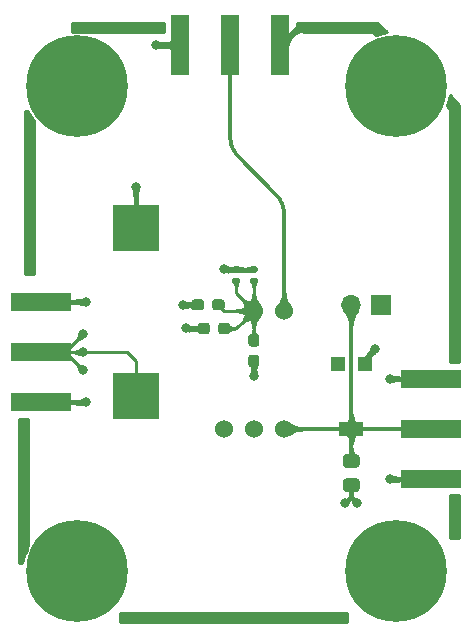
<source format=gbr>
G04 #@! TF.GenerationSoftware,KiCad,Pcbnew,5.1.6-c6e7f7d~87~ubuntu18.04.1*
G04 #@! TF.CreationDate,2021-01-11T12:45:55+00:00*
G04 #@! TF.ProjectId,vary_resistance,76617279-5f72-4657-9369-7374616e6365,rev?*
G04 #@! TF.SameCoordinates,Original*
G04 #@! TF.FileFunction,Copper,L1,Top*
G04 #@! TF.FilePolarity,Positive*
%FSLAX46Y46*%
G04 Gerber Fmt 4.6, Leading zero omitted, Abs format (unit mm)*
G04 Created by KiCad (PCBNEW 5.1.6-c6e7f7d~87~ubuntu18.04.1) date 2021-01-11 12:45:55*
%MOMM*%
%LPD*%
G01*
G04 APERTURE LIST*
G04 #@! TA.AperFunction,ComponentPad*
%ADD10C,0.900000*%
G04 #@! TD*
G04 #@! TA.AperFunction,ComponentPad*
%ADD11C,8.600000*%
G04 #@! TD*
G04 #@! TA.AperFunction,SMDPad,CuDef*
%ADD12R,4.000000X4.000000*%
G04 #@! TD*
G04 #@! TA.AperFunction,ComponentPad*
%ADD13O,1.700000X1.700000*%
G04 #@! TD*
G04 #@! TA.AperFunction,ComponentPad*
%ADD14R,1.700000X1.700000*%
G04 #@! TD*
G04 #@! TA.AperFunction,ComponentPad*
%ADD15C,1.524000*%
G04 #@! TD*
G04 #@! TA.AperFunction,SMDPad,CuDef*
%ADD16R,1.300000X1.300000*%
G04 #@! TD*
G04 #@! TA.AperFunction,SMDPad,CuDef*
%ADD17R,2.000000X1.300000*%
G04 #@! TD*
G04 #@! TA.AperFunction,SMDPad,CuDef*
%ADD18R,5.080000X1.500000*%
G04 #@! TD*
G04 #@! TA.AperFunction,SMDPad,CuDef*
%ADD19R,1.500000X5.080000*%
G04 #@! TD*
G04 #@! TA.AperFunction,ViaPad*
%ADD20C,0.800000*%
G04 #@! TD*
G04 #@! TA.AperFunction,Conductor*
%ADD21C,0.450000*%
G04 #@! TD*
G04 #@! TA.AperFunction,Conductor*
%ADD22C,0.250000*%
G04 #@! TD*
G04 #@! TA.AperFunction,Conductor*
%ADD23C,0.350000*%
G04 #@! TD*
G04 #@! TA.AperFunction,Conductor*
%ADD24C,0.254000*%
G04 #@! TD*
G04 #@! TA.AperFunction,Conductor*
%ADD25C,0.025400*%
G04 #@! TD*
G04 APERTURE END LIST*
D10*
X169280419Y-94719581D03*
X167000000Y-93775000D03*
X164719581Y-94719581D03*
X163775000Y-97000000D03*
X164719581Y-99280419D03*
X167000000Y-100225000D03*
X169280419Y-99280419D03*
X170225000Y-97000000D03*
D11*
X167000000Y-97000000D03*
D10*
X196280419Y-94719581D03*
X194000000Y-93775000D03*
X191719581Y-94719581D03*
X190775000Y-97000000D03*
X191719581Y-99280419D03*
X194000000Y-100225000D03*
X196280419Y-99280419D03*
X197225000Y-97000000D03*
D11*
X194000000Y-97000000D03*
D12*
X172000000Y-82250000D03*
G04 #@! TA.AperFunction,SMDPad,CuDef*
G36*
G01*
X190700001Y-88300000D02*
X189799999Y-88300000D01*
G75*
G02*
X189550000Y-88050001I0J249999D01*
G01*
X189550000Y-87399999D01*
G75*
G02*
X189799999Y-87150000I249999J0D01*
G01*
X190700001Y-87150000D01*
G75*
G02*
X190950000Y-87399999I0J-249999D01*
G01*
X190950000Y-88050001D01*
G75*
G02*
X190700001Y-88300000I-249999J0D01*
G01*
G37*
G04 #@! TD.AperFunction*
G04 #@! TA.AperFunction,SMDPad,CuDef*
G36*
G01*
X190700001Y-90350000D02*
X189799999Y-90350000D01*
G75*
G02*
X189550000Y-90100001I0J249999D01*
G01*
X189550000Y-89449999D01*
G75*
G02*
X189799999Y-89200000I249999J0D01*
G01*
X190700001Y-89200000D01*
G75*
G02*
X190950000Y-89449999I0J-249999D01*
G01*
X190950000Y-90100001D01*
G75*
G02*
X190700001Y-90350000I-249999J0D01*
G01*
G37*
G04 #@! TD.AperFunction*
D13*
X190210000Y-74500000D03*
D14*
X192750000Y-74500000D03*
D12*
X172000000Y-68000000D03*
D15*
X184540000Y-75000000D03*
X182000000Y-75000000D03*
X184540000Y-85000000D03*
X182000000Y-85000000D03*
X179460000Y-85000000D03*
G04 #@! TA.AperFunction,SMDPad,CuDef*
G36*
G01*
X182172500Y-71810000D02*
X181827500Y-71810000D01*
G75*
G02*
X181680000Y-71662500I0J147500D01*
G01*
X181680000Y-71367500D01*
G75*
G02*
X181827500Y-71220000I147500J0D01*
G01*
X182172500Y-71220000D01*
G75*
G02*
X182320000Y-71367500I0J-147500D01*
G01*
X182320000Y-71662500D01*
G75*
G02*
X182172500Y-71810000I-147500J0D01*
G01*
G37*
G04 #@! TD.AperFunction*
G04 #@! TA.AperFunction,SMDPad,CuDef*
G36*
G01*
X182172500Y-72780000D02*
X181827500Y-72780000D01*
G75*
G02*
X181680000Y-72632500I0J147500D01*
G01*
X181680000Y-72337500D01*
G75*
G02*
X181827500Y-72190000I147500J0D01*
G01*
X182172500Y-72190000D01*
G75*
G02*
X182320000Y-72337500I0J-147500D01*
G01*
X182320000Y-72632500D01*
G75*
G02*
X182172500Y-72780000I-147500J0D01*
G01*
G37*
G04 #@! TD.AperFunction*
G04 #@! TA.AperFunction,SMDPad,CuDef*
G36*
G01*
X180672500Y-71810000D02*
X180327500Y-71810000D01*
G75*
G02*
X180180000Y-71662500I0J147500D01*
G01*
X180180000Y-71367500D01*
G75*
G02*
X180327500Y-71220000I147500J0D01*
G01*
X180672500Y-71220000D01*
G75*
G02*
X180820000Y-71367500I0J-147500D01*
G01*
X180820000Y-71662500D01*
G75*
G02*
X180672500Y-71810000I-147500J0D01*
G01*
G37*
G04 #@! TD.AperFunction*
G04 #@! TA.AperFunction,SMDPad,CuDef*
G36*
G01*
X180672500Y-72780000D02*
X180327500Y-72780000D01*
G75*
G02*
X180180000Y-72632500I0J147500D01*
G01*
X180180000Y-72337500D01*
G75*
G02*
X180327500Y-72190000I147500J0D01*
G01*
X180672500Y-72190000D01*
G75*
G02*
X180820000Y-72337500I0J-147500D01*
G01*
X180820000Y-72632500D01*
G75*
G02*
X180672500Y-72780000I-147500J0D01*
G01*
G37*
G04 #@! TD.AperFunction*
G04 #@! TA.AperFunction,SMDPad,CuDef*
G36*
G01*
X177775000Y-74262500D02*
X177775000Y-74737500D01*
G75*
G02*
X177537500Y-74975000I-237500J0D01*
G01*
X176962500Y-74975000D01*
G75*
G02*
X176725000Y-74737500I0J237500D01*
G01*
X176725000Y-74262500D01*
G75*
G02*
X176962500Y-74025000I237500J0D01*
G01*
X177537500Y-74025000D01*
G75*
G02*
X177775000Y-74262500I0J-237500D01*
G01*
G37*
G04 #@! TD.AperFunction*
G04 #@! TA.AperFunction,SMDPad,CuDef*
G36*
G01*
X179525000Y-74262500D02*
X179525000Y-74737500D01*
G75*
G02*
X179287500Y-74975000I-237500J0D01*
G01*
X178712500Y-74975000D01*
G75*
G02*
X178475000Y-74737500I0J237500D01*
G01*
X178475000Y-74262500D01*
G75*
G02*
X178712500Y-74025000I237500J0D01*
G01*
X179287500Y-74025000D01*
G75*
G02*
X179525000Y-74262500I0J-237500D01*
G01*
G37*
G04 #@! TD.AperFunction*
G04 #@! TA.AperFunction,SMDPad,CuDef*
G36*
G01*
X181762500Y-78725000D02*
X182237500Y-78725000D01*
G75*
G02*
X182475000Y-78962500I0J-237500D01*
G01*
X182475000Y-79537500D01*
G75*
G02*
X182237500Y-79775000I-237500J0D01*
G01*
X181762500Y-79775000D01*
G75*
G02*
X181525000Y-79537500I0J237500D01*
G01*
X181525000Y-78962500D01*
G75*
G02*
X181762500Y-78725000I237500J0D01*
G01*
G37*
G04 #@! TD.AperFunction*
G04 #@! TA.AperFunction,SMDPad,CuDef*
G36*
G01*
X181762500Y-76975000D02*
X182237500Y-76975000D01*
G75*
G02*
X182475000Y-77212500I0J-237500D01*
G01*
X182475000Y-77787500D01*
G75*
G02*
X182237500Y-78025000I-237500J0D01*
G01*
X181762500Y-78025000D01*
G75*
G02*
X181525000Y-77787500I0J237500D01*
G01*
X181525000Y-77212500D01*
G75*
G02*
X181762500Y-76975000I237500J0D01*
G01*
G37*
G04 #@! TD.AperFunction*
G04 #@! TA.AperFunction,SMDPad,CuDef*
G36*
G01*
X178275000Y-76262500D02*
X178275000Y-76737500D01*
G75*
G02*
X178037500Y-76975000I-237500J0D01*
G01*
X177462500Y-76975000D01*
G75*
G02*
X177225000Y-76737500I0J237500D01*
G01*
X177225000Y-76262500D01*
G75*
G02*
X177462500Y-76025000I237500J0D01*
G01*
X178037500Y-76025000D01*
G75*
G02*
X178275000Y-76262500I0J-237500D01*
G01*
G37*
G04 #@! TD.AperFunction*
G04 #@! TA.AperFunction,SMDPad,CuDef*
G36*
G01*
X180025000Y-76262500D02*
X180025000Y-76737500D01*
G75*
G02*
X179787500Y-76975000I-237500J0D01*
G01*
X179212500Y-76975000D01*
G75*
G02*
X178975000Y-76737500I0J237500D01*
G01*
X178975000Y-76262500D01*
G75*
G02*
X179212500Y-76025000I237500J0D01*
G01*
X179787500Y-76025000D01*
G75*
G02*
X180025000Y-76262500I0J-237500D01*
G01*
G37*
G04 #@! TD.AperFunction*
D16*
X189100000Y-79500000D03*
D17*
X190250000Y-85000000D03*
D16*
X191400000Y-79500000D03*
D18*
X164000000Y-78500000D03*
X164000000Y-82750000D03*
X164000000Y-74250000D03*
X197000000Y-85000000D03*
X197000000Y-80750000D03*
X197000000Y-89250000D03*
D19*
X180000000Y-52500000D03*
X175750000Y-52500000D03*
X184250000Y-52500000D03*
D10*
X169280419Y-53719581D03*
X167000000Y-52775000D03*
X164719581Y-53719581D03*
X163775000Y-56000000D03*
X164719581Y-58280419D03*
X167000000Y-59225000D03*
X169280419Y-58280419D03*
X170225000Y-56000000D03*
D11*
X167000000Y-56000000D03*
D10*
X196280419Y-53719581D03*
X194000000Y-52775000D03*
X191719581Y-53719581D03*
X190775000Y-56000000D03*
X191719581Y-58280419D03*
X194000000Y-59225000D03*
X196280419Y-58280419D03*
X197225000Y-56000000D03*
D11*
X194000000Y-56000000D03*
D20*
X180000000Y-101000000D03*
X176000000Y-101000000D03*
X174000000Y-101000000D03*
X178000000Y-101000000D03*
X172000000Y-101000000D03*
X184000000Y-101000000D03*
X182000000Y-101000000D03*
X186000000Y-101000000D03*
X188000000Y-101000000D03*
X162500000Y-91370000D03*
X162500000Y-95370000D03*
X162500000Y-93370000D03*
X162500000Y-85500000D03*
X162500000Y-89370000D03*
X162500000Y-87370000D03*
X199000000Y-75000000D03*
X199000000Y-77000000D03*
X199000000Y-79000000D03*
X199000000Y-73000000D03*
X199000000Y-61000000D03*
X199000000Y-59000000D03*
X190000000Y-51000000D03*
X171000000Y-51000000D03*
X173000000Y-51000000D03*
X167000000Y-51000000D03*
X169000000Y-51000000D03*
X163000000Y-60000000D03*
X163000000Y-62000000D03*
X163000000Y-64000000D03*
X163000000Y-66000000D03*
X163000000Y-70000000D03*
X163000000Y-68000000D03*
X192000000Y-51000000D03*
X199000000Y-81000000D03*
X199000000Y-91000000D03*
X188000000Y-51000000D03*
X186000000Y-51000000D03*
X199000000Y-71000000D03*
X199000000Y-69000000D03*
X199000000Y-67000000D03*
X199000000Y-65000000D03*
X199000000Y-63000000D03*
X172000000Y-64500000D03*
X167750000Y-74250000D03*
X167750000Y-82750000D03*
X176000000Y-74500000D03*
X176250000Y-76500000D03*
X179500000Y-71500000D03*
X182000000Y-80500000D03*
X193500000Y-80750000D03*
X193500000Y-89250000D03*
X192250000Y-78250000D03*
X173750000Y-52500000D03*
X189750000Y-91250000D03*
X190750000Y-91250000D03*
X199000000Y-92750000D03*
X167500000Y-77000000D03*
X167500000Y-78500000D03*
X167500000Y-80000000D03*
D21*
X172000000Y-68000000D02*
X172000000Y-64500000D01*
X167750000Y-74250000D02*
X164000000Y-74250000D01*
X164000000Y-82750000D02*
X167750000Y-82750000D01*
X177250000Y-74500000D02*
X176000000Y-74500000D01*
X177750000Y-76500000D02*
X176250000Y-76500000D01*
X182000000Y-71515000D02*
X180500000Y-71515000D01*
X180500000Y-71515000D02*
X179515000Y-71515000D01*
X179515000Y-71515000D02*
X179500000Y-71500000D01*
X182000000Y-79250000D02*
X182000000Y-80500000D01*
X197000000Y-80750000D02*
X193500000Y-80750000D01*
X193500000Y-89250000D02*
X197000000Y-89250000D01*
X191400000Y-79500000D02*
X191400000Y-79100000D01*
X191400000Y-79100000D02*
X192250000Y-78250000D01*
X185750000Y-51000000D02*
X184250000Y-52500000D01*
X186000000Y-51000000D02*
X185750000Y-51000000D01*
X175750000Y-52500000D02*
X173750000Y-52500000D01*
X190250000Y-89775000D02*
X190250000Y-90750000D01*
X190250000Y-90750000D02*
X189750000Y-91250000D01*
X190250000Y-90750000D02*
X190750000Y-91250000D01*
D22*
X182000000Y-77500000D02*
X182000000Y-75000000D01*
X180500000Y-73500000D02*
X180500000Y-72485000D01*
X182000000Y-75000000D02*
X180500000Y-73500000D01*
X179500000Y-75000000D02*
X179000000Y-74500000D01*
X182000000Y-75000000D02*
X179500000Y-75000000D01*
X180500000Y-76500000D02*
X179500000Y-76500000D01*
X182000000Y-75000000D02*
X180500000Y-76500000D01*
X164000000Y-78500000D02*
X167500000Y-78500000D01*
X164000000Y-78500000D02*
X166000000Y-78500000D01*
X166000000Y-78500000D02*
X167500000Y-77000000D01*
X166000000Y-78500000D02*
X167500000Y-80000000D01*
X182000000Y-72485000D02*
X182000000Y-75000000D01*
X172000000Y-82250000D02*
X172000000Y-79250000D01*
X171250000Y-78500000D02*
X167500000Y-78500000D01*
X172000000Y-79250000D02*
X171250000Y-78500000D01*
D23*
X183832893Y-65082893D02*
X183914600Y-65168713D01*
X180707106Y-61957106D02*
X183832893Y-65082893D01*
X180625398Y-61871285D02*
X180707106Y-61957106D01*
X180548000Y-61781559D02*
X180625398Y-61871285D01*
X180475098Y-61688144D02*
X180548000Y-61781559D01*
X180406868Y-61591264D02*
X180475098Y-61688144D01*
X180343473Y-61491153D02*
X180406868Y-61591264D01*
X180285067Y-61388051D02*
X180343473Y-61491153D01*
X180231790Y-61282208D02*
X180285067Y-61388051D01*
X180183770Y-61173878D02*
X180231790Y-61282208D01*
X180141125Y-61063323D02*
X180183770Y-61173878D01*
X180103955Y-60950808D02*
X180141125Y-61063323D01*
X180072350Y-60836605D02*
X180103955Y-60950808D01*
X180046388Y-60720989D02*
X180072350Y-60836605D01*
X180026130Y-60604238D02*
X180046388Y-60720989D01*
X180011625Y-60486634D02*
X180026130Y-60604238D01*
X180002908Y-60368459D02*
X180011625Y-60486634D01*
X180000000Y-60250000D02*
X180002908Y-60368459D01*
X180000000Y-60250000D02*
X180000000Y-52500000D01*
X184540000Y-66790000D02*
X184540000Y-75000000D01*
X184537091Y-66671540D02*
X184540000Y-66790000D01*
X184528374Y-66553365D02*
X184537091Y-66671540D01*
X184513869Y-66435761D02*
X184528374Y-66553365D01*
X184493611Y-66319010D02*
X184513869Y-66435761D01*
X184467648Y-66203393D02*
X184493611Y-66319010D01*
X184436044Y-66089190D02*
X184467648Y-66203393D01*
X184398874Y-65976675D02*
X184436044Y-66089190D01*
X184356228Y-65866120D02*
X184398874Y-65976675D01*
X184308209Y-65757790D02*
X184356228Y-65866120D01*
X184254932Y-65651947D02*
X184308209Y-65757790D01*
X184196526Y-65548846D02*
X184254932Y-65651947D01*
X184133131Y-65448734D02*
X184196526Y-65548846D01*
X184064900Y-65351854D02*
X184133131Y-65448734D01*
X183991998Y-65258438D02*
X184064900Y-65351854D01*
X183914600Y-65168713D02*
X183991998Y-65258438D01*
X197000000Y-85000000D02*
X184540000Y-85000000D01*
X190250000Y-74540000D02*
X190210000Y-74500000D01*
X190250000Y-85000000D02*
X190250000Y-74540000D01*
X190250000Y-85000000D02*
X190250000Y-87725000D01*
D24*
G36*
X162899606Y-58191706D02*
G01*
X163373000Y-58900192D01*
X163373000Y-71873000D01*
X162627000Y-71873000D01*
X162627000Y-58127000D01*
X162872804Y-58127000D01*
X162899606Y-58191706D01*
G37*
X162899606Y-58191706D02*
X163373000Y-58900192D01*
X163373000Y-71873000D01*
X162627000Y-71873000D01*
X162627000Y-58127000D01*
X162872804Y-58127000D01*
X162899606Y-58191706D01*
G36*
X174363854Y-51373000D02*
G01*
X166627000Y-51373000D01*
X166627000Y-50627000D01*
X174362837Y-50627000D01*
X174363854Y-51373000D01*
G37*
X174363854Y-51373000D02*
X166627000Y-51373000D01*
X166627000Y-50627000D01*
X174362837Y-50627000D01*
X174363854Y-51373000D01*
G36*
X193251610Y-51431216D02*
G01*
X192650354Y-51550813D01*
X192353415Y-51673809D01*
X192089803Y-51410197D01*
X192070557Y-51394403D01*
X192048601Y-51382667D01*
X192024776Y-51375440D01*
X192000000Y-51373000D01*
X186134749Y-51373000D01*
X186264074Y-50891524D01*
X186267345Y-50875079D01*
X186268144Y-50850196D01*
X186264074Y-50825634D01*
X186255290Y-50802339D01*
X186242130Y-50781205D01*
X186225100Y-50763044D01*
X186204854Y-50748555D01*
X186182171Y-50738294D01*
X186157921Y-50732655D01*
X186133038Y-50731856D01*
X186108476Y-50735926D01*
X185636842Y-50862608D01*
X185637163Y-50627000D01*
X192447394Y-50627000D01*
X193251610Y-51431216D01*
G37*
X193251610Y-51431216D02*
X192650354Y-51550813D01*
X192353415Y-51673809D01*
X192089803Y-51410197D01*
X192070557Y-51394403D01*
X192048601Y-51382667D01*
X192024776Y-51375440D01*
X192000000Y-51373000D01*
X186134749Y-51373000D01*
X186264074Y-50891524D01*
X186267345Y-50875079D01*
X186268144Y-50850196D01*
X186264074Y-50825634D01*
X186255290Y-50802339D01*
X186242130Y-50781205D01*
X186225100Y-50763044D01*
X186204854Y-50748555D01*
X186182171Y-50738294D01*
X186157921Y-50732655D01*
X186133038Y-50731856D01*
X186108476Y-50735926D01*
X185636842Y-50862608D01*
X185637163Y-50627000D01*
X192447394Y-50627000D01*
X193251610Y-51431216D01*
G36*
X199373005Y-57552611D02*
G01*
X199375246Y-79362153D01*
X198624755Y-79363175D01*
X198627000Y-58000013D01*
X198624562Y-57975237D01*
X198617338Y-57951412D01*
X198605604Y-57929454D01*
X198589803Y-57910197D01*
X198326191Y-57646585D01*
X198449187Y-57349646D01*
X198568784Y-56748390D01*
X199373005Y-57552611D01*
G37*
X199373005Y-57552611D02*
X199375246Y-79362153D01*
X198624755Y-79363175D01*
X198627000Y-58000013D01*
X198624562Y-57975237D01*
X198617338Y-57951412D01*
X198605604Y-57929454D01*
X198589803Y-57910197D01*
X198326191Y-57646585D01*
X198449187Y-57349646D01*
X198568784Y-56748390D01*
X199373005Y-57552611D01*
G36*
X199373000Y-90637844D02*
G01*
X199373000Y-94253000D01*
X198627000Y-94253000D01*
X198627000Y-90636828D01*
X199373000Y-90637844D01*
G37*
X199373000Y-90637844D02*
X199373000Y-94253000D01*
X198627000Y-94253000D01*
X198627000Y-90636828D01*
X199373000Y-90637844D01*
G36*
X162873000Y-94872527D02*
G01*
X162550813Y-95650354D01*
X162407070Y-96373000D01*
X162127000Y-96373000D01*
X162127000Y-84137163D01*
X162873000Y-84136146D01*
X162873000Y-94872527D01*
G37*
X162873000Y-94872527D02*
X162550813Y-95650354D01*
X162407070Y-96373000D01*
X162127000Y-96373000D01*
X162127000Y-84137163D01*
X162873000Y-84136146D01*
X162873000Y-94872527D01*
G36*
X189873000Y-101373000D02*
G01*
X170627000Y-101373000D01*
X170627000Y-100627000D01*
X189873000Y-100627000D01*
X189873000Y-101373000D01*
G37*
X189873000Y-101373000D02*
X170627000Y-101373000D01*
X170627000Y-100627000D01*
X189873000Y-100627000D01*
X189873000Y-101373000D01*
D25*
G36*
X172264949Y-64784976D02*
G01*
X172259164Y-64793194D01*
X172257786Y-64795717D01*
X172248436Y-64818694D01*
X172247923Y-64820226D01*
X172239673Y-64851335D01*
X172239455Y-64852313D01*
X172232305Y-64891551D01*
X172232201Y-64892219D01*
X172226151Y-64939588D01*
X172226099Y-64940069D01*
X172221149Y-64995569D01*
X172221122Y-64995930D01*
X172217272Y-65059560D01*
X172217258Y-65059841D01*
X172214508Y-65131601D01*
X172214502Y-65131825D01*
X172212852Y-65211716D01*
X172212849Y-65211899D01*
X172212378Y-65287300D01*
X171787622Y-65287300D01*
X171787150Y-65211899D01*
X171787147Y-65211716D01*
X171785497Y-65131825D01*
X171785491Y-65131601D01*
X171782741Y-65059841D01*
X171782727Y-65059560D01*
X171778877Y-64995930D01*
X171778850Y-64995569D01*
X171773900Y-64940069D01*
X171773848Y-64939588D01*
X171767798Y-64892219D01*
X171767694Y-64891551D01*
X171760544Y-64852313D01*
X171760326Y-64851335D01*
X171752076Y-64820226D01*
X171751563Y-64818694D01*
X171742213Y-64795717D01*
X171740835Y-64793194D01*
X171735051Y-64784977D01*
X172000000Y-64325426D01*
X172264949Y-64784976D01*
G37*
X172264949Y-64784976D02*
X172259164Y-64793194D01*
X172257786Y-64795717D01*
X172248436Y-64818694D01*
X172247923Y-64820226D01*
X172239673Y-64851335D01*
X172239455Y-64852313D01*
X172232305Y-64891551D01*
X172232201Y-64892219D01*
X172226151Y-64939588D01*
X172226099Y-64940069D01*
X172221149Y-64995569D01*
X172221122Y-64995930D01*
X172217272Y-65059560D01*
X172217258Y-65059841D01*
X172214508Y-65131601D01*
X172214502Y-65131825D01*
X172212852Y-65211716D01*
X172212849Y-65211899D01*
X172212378Y-65287300D01*
X171787622Y-65287300D01*
X171787150Y-65211899D01*
X171787147Y-65211716D01*
X171785497Y-65131825D01*
X171785491Y-65131601D01*
X171782741Y-65059841D01*
X171782727Y-65059560D01*
X171778877Y-64995930D01*
X171778850Y-64995569D01*
X171773900Y-64940069D01*
X171773848Y-64939588D01*
X171767798Y-64892219D01*
X171767694Y-64891551D01*
X171760544Y-64852313D01*
X171760326Y-64851335D01*
X171752076Y-64820226D01*
X171751563Y-64818694D01*
X171742213Y-64795717D01*
X171740835Y-64793194D01*
X171735051Y-64784977D01*
X172000000Y-64325426D01*
X172264949Y-64784976D01*
G36*
X167924574Y-74250000D02*
G01*
X167465023Y-74514949D01*
X167456805Y-74509164D01*
X167454282Y-74507786D01*
X167431305Y-74498436D01*
X167429773Y-74497923D01*
X167398664Y-74489673D01*
X167397686Y-74489455D01*
X167358448Y-74482305D01*
X167357780Y-74482201D01*
X167310411Y-74476151D01*
X167309930Y-74476099D01*
X167254430Y-74471149D01*
X167254069Y-74471122D01*
X167190439Y-74467272D01*
X167190158Y-74467258D01*
X167118398Y-74464508D01*
X167118174Y-74464502D01*
X167038283Y-74462852D01*
X167038100Y-74462849D01*
X166962700Y-74462378D01*
X166962700Y-74037622D01*
X167038100Y-74037150D01*
X167038283Y-74037147D01*
X167118174Y-74035497D01*
X167118398Y-74035491D01*
X167190158Y-74032741D01*
X167190439Y-74032727D01*
X167254069Y-74028877D01*
X167254430Y-74028850D01*
X167309930Y-74023900D01*
X167310411Y-74023848D01*
X167357780Y-74017798D01*
X167358448Y-74017694D01*
X167397686Y-74010544D01*
X167398664Y-74010326D01*
X167429773Y-74002076D01*
X167431305Y-74001563D01*
X167454282Y-73992213D01*
X167456804Y-73990836D01*
X167465023Y-73985051D01*
X167924574Y-74250000D01*
G37*
X167924574Y-74250000D02*
X167465023Y-74514949D01*
X167456805Y-74509164D01*
X167454282Y-74507786D01*
X167431305Y-74498436D01*
X167429773Y-74497923D01*
X167398664Y-74489673D01*
X167397686Y-74489455D01*
X167358448Y-74482305D01*
X167357780Y-74482201D01*
X167310411Y-74476151D01*
X167309930Y-74476099D01*
X167254430Y-74471149D01*
X167254069Y-74471122D01*
X167190439Y-74467272D01*
X167190158Y-74467258D01*
X167118398Y-74464508D01*
X167118174Y-74464502D01*
X167038283Y-74462852D01*
X167038100Y-74462849D01*
X166962700Y-74462378D01*
X166962700Y-74037622D01*
X167038100Y-74037150D01*
X167038283Y-74037147D01*
X167118174Y-74035497D01*
X167118398Y-74035491D01*
X167190158Y-74032741D01*
X167190439Y-74032727D01*
X167254069Y-74028877D01*
X167254430Y-74028850D01*
X167309930Y-74023900D01*
X167310411Y-74023848D01*
X167357780Y-74017798D01*
X167358448Y-74017694D01*
X167397686Y-74010544D01*
X167398664Y-74010326D01*
X167429773Y-74002076D01*
X167431305Y-74001563D01*
X167454282Y-73992213D01*
X167456804Y-73990836D01*
X167465023Y-73985051D01*
X167924574Y-74250000D01*
G36*
X164589629Y-73791389D02*
G01*
X164590709Y-73792270D01*
X164660809Y-73843270D01*
X164661912Y-73843987D01*
X164739537Y-73888987D01*
X164740618Y-73889547D01*
X164825769Y-73928547D01*
X164826797Y-73928964D01*
X164919474Y-73961964D01*
X164920430Y-73962263D01*
X165020632Y-73989263D01*
X165021506Y-73989465D01*
X165129233Y-74010465D01*
X165130024Y-74010594D01*
X165245278Y-74025594D01*
X165245989Y-74025666D01*
X165368767Y-74034666D01*
X165369403Y-74034697D01*
X165487300Y-74037411D01*
X165487300Y-74462589D01*
X165369403Y-74465303D01*
X165368767Y-74465334D01*
X165245989Y-74474334D01*
X165245278Y-74474406D01*
X165130024Y-74489406D01*
X165129233Y-74489535D01*
X165021506Y-74510535D01*
X165020632Y-74510737D01*
X164920430Y-74537737D01*
X164919474Y-74538036D01*
X164826797Y-74571036D01*
X164825769Y-74571453D01*
X164740618Y-74610453D01*
X164739537Y-74611013D01*
X164661912Y-74656013D01*
X164660809Y-74656730D01*
X164590709Y-74707730D01*
X164589629Y-74708611D01*
X164533913Y-74759364D01*
X163650426Y-74250000D01*
X164533913Y-73740636D01*
X164589629Y-73791389D01*
G37*
X164589629Y-73791389D02*
X164590709Y-73792270D01*
X164660809Y-73843270D01*
X164661912Y-73843987D01*
X164739537Y-73888987D01*
X164740618Y-73889547D01*
X164825769Y-73928547D01*
X164826797Y-73928964D01*
X164919474Y-73961964D01*
X164920430Y-73962263D01*
X165020632Y-73989263D01*
X165021506Y-73989465D01*
X165129233Y-74010465D01*
X165130024Y-74010594D01*
X165245278Y-74025594D01*
X165245989Y-74025666D01*
X165368767Y-74034666D01*
X165369403Y-74034697D01*
X165487300Y-74037411D01*
X165487300Y-74462589D01*
X165369403Y-74465303D01*
X165368767Y-74465334D01*
X165245989Y-74474334D01*
X165245278Y-74474406D01*
X165130024Y-74489406D01*
X165129233Y-74489535D01*
X165021506Y-74510535D01*
X165020632Y-74510737D01*
X164920430Y-74537737D01*
X164919474Y-74538036D01*
X164826797Y-74571036D01*
X164825769Y-74571453D01*
X164740618Y-74610453D01*
X164739537Y-74611013D01*
X164661912Y-74656013D01*
X164660809Y-74656730D01*
X164590709Y-74707730D01*
X164589629Y-74708611D01*
X164533913Y-74759364D01*
X163650426Y-74250000D01*
X164533913Y-73740636D01*
X164589629Y-73791389D01*
G36*
X167924574Y-82750000D02*
G01*
X167465023Y-83014949D01*
X167456805Y-83009164D01*
X167454282Y-83007786D01*
X167431305Y-82998436D01*
X167429773Y-82997923D01*
X167398664Y-82989673D01*
X167397686Y-82989455D01*
X167358448Y-82982305D01*
X167357780Y-82982201D01*
X167310411Y-82976151D01*
X167309930Y-82976099D01*
X167254430Y-82971149D01*
X167254069Y-82971122D01*
X167190439Y-82967272D01*
X167190158Y-82967258D01*
X167118398Y-82964508D01*
X167118174Y-82964502D01*
X167038283Y-82962852D01*
X167038100Y-82962849D01*
X166962700Y-82962378D01*
X166962700Y-82537622D01*
X167038100Y-82537150D01*
X167038283Y-82537147D01*
X167118174Y-82535497D01*
X167118398Y-82535491D01*
X167190158Y-82532741D01*
X167190439Y-82532727D01*
X167254069Y-82528877D01*
X167254430Y-82528850D01*
X167309930Y-82523900D01*
X167310411Y-82523848D01*
X167357780Y-82517798D01*
X167358448Y-82517694D01*
X167397686Y-82510544D01*
X167398664Y-82510326D01*
X167429773Y-82502076D01*
X167431305Y-82501563D01*
X167454282Y-82492213D01*
X167456804Y-82490836D01*
X167465023Y-82485051D01*
X167924574Y-82750000D01*
G37*
X167924574Y-82750000D02*
X167465023Y-83014949D01*
X167456805Y-83009164D01*
X167454282Y-83007786D01*
X167431305Y-82998436D01*
X167429773Y-82997923D01*
X167398664Y-82989673D01*
X167397686Y-82989455D01*
X167358448Y-82982305D01*
X167357780Y-82982201D01*
X167310411Y-82976151D01*
X167309930Y-82976099D01*
X167254430Y-82971149D01*
X167254069Y-82971122D01*
X167190439Y-82967272D01*
X167190158Y-82967258D01*
X167118398Y-82964508D01*
X167118174Y-82964502D01*
X167038283Y-82962852D01*
X167038100Y-82962849D01*
X166962700Y-82962378D01*
X166962700Y-82537622D01*
X167038100Y-82537150D01*
X167038283Y-82537147D01*
X167118174Y-82535497D01*
X167118398Y-82535491D01*
X167190158Y-82532741D01*
X167190439Y-82532727D01*
X167254069Y-82528877D01*
X167254430Y-82528850D01*
X167309930Y-82523900D01*
X167310411Y-82523848D01*
X167357780Y-82517798D01*
X167358448Y-82517694D01*
X167397686Y-82510544D01*
X167398664Y-82510326D01*
X167429773Y-82502076D01*
X167431305Y-82501563D01*
X167454282Y-82492213D01*
X167456804Y-82490836D01*
X167465023Y-82485051D01*
X167924574Y-82750000D01*
G36*
X164589629Y-82291389D02*
G01*
X164590709Y-82292270D01*
X164660809Y-82343270D01*
X164661912Y-82343987D01*
X164739537Y-82388987D01*
X164740618Y-82389547D01*
X164825769Y-82428547D01*
X164826797Y-82428964D01*
X164919474Y-82461964D01*
X164920430Y-82462263D01*
X165020632Y-82489263D01*
X165021506Y-82489465D01*
X165129233Y-82510465D01*
X165130024Y-82510594D01*
X165245278Y-82525594D01*
X165245989Y-82525666D01*
X165368767Y-82534666D01*
X165369403Y-82534697D01*
X165487300Y-82537411D01*
X165487300Y-82962589D01*
X165369403Y-82965303D01*
X165368767Y-82965334D01*
X165245989Y-82974334D01*
X165245278Y-82974406D01*
X165130024Y-82989406D01*
X165129233Y-82989535D01*
X165021506Y-83010535D01*
X165020632Y-83010737D01*
X164920430Y-83037737D01*
X164919474Y-83038036D01*
X164826797Y-83071036D01*
X164825769Y-83071453D01*
X164740618Y-83110453D01*
X164739537Y-83111013D01*
X164661912Y-83156013D01*
X164660809Y-83156730D01*
X164590709Y-83207730D01*
X164589629Y-83208611D01*
X164533913Y-83259364D01*
X163650426Y-82750000D01*
X164533913Y-82240636D01*
X164589629Y-82291389D01*
G37*
X164589629Y-82291389D02*
X164590709Y-82292270D01*
X164660809Y-82343270D01*
X164661912Y-82343987D01*
X164739537Y-82388987D01*
X164740618Y-82389547D01*
X164825769Y-82428547D01*
X164826797Y-82428964D01*
X164919474Y-82461964D01*
X164920430Y-82462263D01*
X165020632Y-82489263D01*
X165021506Y-82489465D01*
X165129233Y-82510465D01*
X165130024Y-82510594D01*
X165245278Y-82525594D01*
X165245989Y-82525666D01*
X165368767Y-82534666D01*
X165369403Y-82534697D01*
X165487300Y-82537411D01*
X165487300Y-82962589D01*
X165369403Y-82965303D01*
X165368767Y-82965334D01*
X165245989Y-82974334D01*
X165245278Y-82974406D01*
X165130024Y-82989406D01*
X165129233Y-82989535D01*
X165021506Y-83010535D01*
X165020632Y-83010737D01*
X164920430Y-83037737D01*
X164919474Y-83038036D01*
X164826797Y-83071036D01*
X164825769Y-83071453D01*
X164740618Y-83110453D01*
X164739537Y-83111013D01*
X164661912Y-83156013D01*
X164660809Y-83156730D01*
X164590709Y-83207730D01*
X164589629Y-83208611D01*
X164533913Y-83259364D01*
X163650426Y-82750000D01*
X164533913Y-82240636D01*
X164589629Y-82291389D01*
G36*
X176293194Y-74240835D02*
G01*
X176295717Y-74242213D01*
X176318694Y-74251563D01*
X176320226Y-74252076D01*
X176351335Y-74260326D01*
X176352313Y-74260544D01*
X176391551Y-74267694D01*
X176392219Y-74267798D01*
X176439588Y-74273848D01*
X176440069Y-74273900D01*
X176495569Y-74278850D01*
X176495930Y-74278877D01*
X176559560Y-74282727D01*
X176559841Y-74282741D01*
X176631601Y-74285491D01*
X176631825Y-74285497D01*
X176711716Y-74287147D01*
X176711899Y-74287150D01*
X176787300Y-74287622D01*
X176787300Y-74712378D01*
X176711899Y-74712849D01*
X176711716Y-74712852D01*
X176631825Y-74714502D01*
X176631601Y-74714508D01*
X176559841Y-74717258D01*
X176559560Y-74717272D01*
X176495930Y-74721122D01*
X176495569Y-74721149D01*
X176440069Y-74726099D01*
X176439588Y-74726151D01*
X176392219Y-74732201D01*
X176391551Y-74732305D01*
X176352313Y-74739455D01*
X176351335Y-74739673D01*
X176320226Y-74747923D01*
X176318694Y-74748436D01*
X176295717Y-74757786D01*
X176293194Y-74759164D01*
X176284976Y-74764949D01*
X175825426Y-74500000D01*
X176284977Y-74235051D01*
X176293194Y-74240835D01*
G37*
X176293194Y-74240835D02*
X176295717Y-74242213D01*
X176318694Y-74251563D01*
X176320226Y-74252076D01*
X176351335Y-74260326D01*
X176352313Y-74260544D01*
X176391551Y-74267694D01*
X176392219Y-74267798D01*
X176439588Y-74273848D01*
X176440069Y-74273900D01*
X176495569Y-74278850D01*
X176495930Y-74278877D01*
X176559560Y-74282727D01*
X176559841Y-74282741D01*
X176631601Y-74285491D01*
X176631825Y-74285497D01*
X176711716Y-74287147D01*
X176711899Y-74287150D01*
X176787300Y-74287622D01*
X176787300Y-74712378D01*
X176711899Y-74712849D01*
X176711716Y-74712852D01*
X176631825Y-74714502D01*
X176631601Y-74714508D01*
X176559841Y-74717258D01*
X176559560Y-74717272D01*
X176495930Y-74721122D01*
X176495569Y-74721149D01*
X176440069Y-74726099D01*
X176439588Y-74726151D01*
X176392219Y-74732201D01*
X176391551Y-74732305D01*
X176352313Y-74739455D01*
X176351335Y-74739673D01*
X176320226Y-74747923D01*
X176318694Y-74748436D01*
X176295717Y-74757786D01*
X176293194Y-74759164D01*
X176284976Y-74764949D01*
X175825426Y-74500000D01*
X176284977Y-74235051D01*
X176293194Y-74240835D01*
G36*
X177462074Y-74500000D02*
G01*
X176912021Y-74817127D01*
X176893729Y-74802227D01*
X176891850Y-74800958D01*
X176858774Y-74782683D01*
X176857273Y-74781977D01*
X176816197Y-74765852D01*
X176815034Y-74765460D01*
X176765957Y-74751485D01*
X176765055Y-74751263D01*
X176707977Y-74739438D01*
X176707269Y-74739312D01*
X176642191Y-74729637D01*
X176641624Y-74729566D01*
X176568544Y-74722041D01*
X176568083Y-74722002D01*
X176487003Y-74716627D01*
X176486622Y-74716607D01*
X176397540Y-74713382D01*
X176397221Y-74713375D01*
X176312700Y-74712440D01*
X176312700Y-74287560D01*
X176397222Y-74286624D01*
X176397540Y-74286617D01*
X176486622Y-74283392D01*
X176487003Y-74283372D01*
X176568083Y-74277997D01*
X176568544Y-74277958D01*
X176641624Y-74270433D01*
X176642191Y-74270362D01*
X176707269Y-74260687D01*
X176707977Y-74260561D01*
X176765055Y-74248736D01*
X176765957Y-74248514D01*
X176815034Y-74234539D01*
X176816197Y-74234147D01*
X176857273Y-74218022D01*
X176858774Y-74217316D01*
X176891850Y-74199041D01*
X176893729Y-74197772D01*
X176912021Y-74182872D01*
X177462074Y-74500000D01*
G37*
X177462074Y-74500000D02*
X176912021Y-74817127D01*
X176893729Y-74802227D01*
X176891850Y-74800958D01*
X176858774Y-74782683D01*
X176857273Y-74781977D01*
X176816197Y-74765852D01*
X176815034Y-74765460D01*
X176765957Y-74751485D01*
X176765055Y-74751263D01*
X176707977Y-74739438D01*
X176707269Y-74739312D01*
X176642191Y-74729637D01*
X176641624Y-74729566D01*
X176568544Y-74722041D01*
X176568083Y-74722002D01*
X176487003Y-74716627D01*
X176486622Y-74716607D01*
X176397540Y-74713382D01*
X176397221Y-74713375D01*
X176312700Y-74712440D01*
X176312700Y-74287560D01*
X176397222Y-74286624D01*
X176397540Y-74286617D01*
X176486622Y-74283392D01*
X176487003Y-74283372D01*
X176568083Y-74277997D01*
X176568544Y-74277958D01*
X176641624Y-74270433D01*
X176642191Y-74270362D01*
X176707269Y-74260687D01*
X176707977Y-74260561D01*
X176765055Y-74248736D01*
X176765957Y-74248514D01*
X176815034Y-74234539D01*
X176816197Y-74234147D01*
X176857273Y-74218022D01*
X176858774Y-74217316D01*
X176891850Y-74199041D01*
X176893729Y-74197772D01*
X176912021Y-74182872D01*
X177462074Y-74500000D01*
G36*
X176543194Y-76240835D02*
G01*
X176545717Y-76242213D01*
X176568694Y-76251563D01*
X176570226Y-76252076D01*
X176601335Y-76260326D01*
X176602313Y-76260544D01*
X176641551Y-76267694D01*
X176642219Y-76267798D01*
X176689588Y-76273848D01*
X176690069Y-76273900D01*
X176745569Y-76278850D01*
X176745930Y-76278877D01*
X176809560Y-76282727D01*
X176809841Y-76282741D01*
X176881601Y-76285491D01*
X176881825Y-76285497D01*
X176961716Y-76287147D01*
X176961899Y-76287150D01*
X177037300Y-76287622D01*
X177037300Y-76712378D01*
X176961899Y-76712849D01*
X176961716Y-76712852D01*
X176881825Y-76714502D01*
X176881601Y-76714508D01*
X176809841Y-76717258D01*
X176809560Y-76717272D01*
X176745930Y-76721122D01*
X176745569Y-76721149D01*
X176690069Y-76726099D01*
X176689588Y-76726151D01*
X176642219Y-76732201D01*
X176641551Y-76732305D01*
X176602313Y-76739455D01*
X176601335Y-76739673D01*
X176570226Y-76747923D01*
X176568694Y-76748436D01*
X176545717Y-76757786D01*
X176543194Y-76759164D01*
X176534976Y-76764949D01*
X176075426Y-76500000D01*
X176534977Y-76235051D01*
X176543194Y-76240835D01*
G37*
X176543194Y-76240835D02*
X176545717Y-76242213D01*
X176568694Y-76251563D01*
X176570226Y-76252076D01*
X176601335Y-76260326D01*
X176602313Y-76260544D01*
X176641551Y-76267694D01*
X176642219Y-76267798D01*
X176689588Y-76273848D01*
X176690069Y-76273900D01*
X176745569Y-76278850D01*
X176745930Y-76278877D01*
X176809560Y-76282727D01*
X176809841Y-76282741D01*
X176881601Y-76285491D01*
X176881825Y-76285497D01*
X176961716Y-76287147D01*
X176961899Y-76287150D01*
X177037300Y-76287622D01*
X177037300Y-76712378D01*
X176961899Y-76712849D01*
X176961716Y-76712852D01*
X176881825Y-76714502D01*
X176881601Y-76714508D01*
X176809841Y-76717258D01*
X176809560Y-76717272D01*
X176745930Y-76721122D01*
X176745569Y-76721149D01*
X176690069Y-76726099D01*
X176689588Y-76726151D01*
X176642219Y-76732201D01*
X176641551Y-76732305D01*
X176602313Y-76739455D01*
X176601335Y-76739673D01*
X176570226Y-76747923D01*
X176568694Y-76748436D01*
X176545717Y-76757786D01*
X176543194Y-76759164D01*
X176534976Y-76764949D01*
X176075426Y-76500000D01*
X176534977Y-76235051D01*
X176543194Y-76240835D01*
G36*
X177962074Y-76500000D02*
G01*
X177412021Y-76817127D01*
X177393729Y-76802227D01*
X177391850Y-76800958D01*
X177358774Y-76782683D01*
X177357273Y-76781977D01*
X177316197Y-76765852D01*
X177315034Y-76765460D01*
X177265957Y-76751485D01*
X177265055Y-76751263D01*
X177207977Y-76739438D01*
X177207269Y-76739312D01*
X177142191Y-76729637D01*
X177141624Y-76729566D01*
X177068544Y-76722041D01*
X177068083Y-76722002D01*
X176987003Y-76716627D01*
X176986622Y-76716607D01*
X176897540Y-76713382D01*
X176897221Y-76713375D01*
X176812700Y-76712440D01*
X176812700Y-76287560D01*
X176897222Y-76286624D01*
X176897540Y-76286617D01*
X176986622Y-76283392D01*
X176987003Y-76283372D01*
X177068083Y-76277997D01*
X177068544Y-76277958D01*
X177141624Y-76270433D01*
X177142191Y-76270362D01*
X177207269Y-76260687D01*
X177207977Y-76260561D01*
X177265055Y-76248736D01*
X177265957Y-76248514D01*
X177315034Y-76234539D01*
X177316197Y-76234147D01*
X177357273Y-76218022D01*
X177358774Y-76217316D01*
X177391850Y-76199041D01*
X177393729Y-76197772D01*
X177412021Y-76182872D01*
X177962074Y-76500000D01*
G37*
X177962074Y-76500000D02*
X177412021Y-76817127D01*
X177393729Y-76802227D01*
X177391850Y-76800958D01*
X177358774Y-76782683D01*
X177357273Y-76781977D01*
X177316197Y-76765852D01*
X177315034Y-76765460D01*
X177265957Y-76751485D01*
X177265055Y-76751263D01*
X177207977Y-76739438D01*
X177207269Y-76739312D01*
X177142191Y-76729637D01*
X177141624Y-76729566D01*
X177068544Y-76722041D01*
X177068083Y-76722002D01*
X176987003Y-76716627D01*
X176986622Y-76716607D01*
X176897540Y-76713382D01*
X176897221Y-76713375D01*
X176812700Y-76712440D01*
X176812700Y-76287560D01*
X176897222Y-76286624D01*
X176897540Y-76286617D01*
X176986622Y-76283392D01*
X176987003Y-76283372D01*
X177068083Y-76277997D01*
X177068544Y-76277958D01*
X177141624Y-76270433D01*
X177142191Y-76270362D01*
X177207269Y-76260687D01*
X177207977Y-76260561D01*
X177265055Y-76248736D01*
X177265957Y-76248514D01*
X177315034Y-76234539D01*
X177316197Y-76234147D01*
X177357273Y-76218022D01*
X177358774Y-76217316D01*
X177391850Y-76199041D01*
X177393729Y-76197772D01*
X177412021Y-76182872D01*
X177962074Y-76500000D01*
G36*
X181477551Y-71309483D02*
G01*
X181477637Y-71309491D01*
X181539584Y-71315226D01*
X181539692Y-71315235D01*
X181594778Y-71319860D01*
X181594918Y-71319871D01*
X181643143Y-71323386D01*
X181643329Y-71323399D01*
X181684692Y-71325804D01*
X181684953Y-71325816D01*
X181719455Y-71327111D01*
X181719846Y-71327120D01*
X181747487Y-71327305D01*
X181748137Y-71327292D01*
X181768917Y-71326367D01*
X181770189Y-71326246D01*
X181784107Y-71324211D01*
X181787439Y-71323245D01*
X181788589Y-71322733D01*
X182122074Y-71515000D01*
X181788589Y-71707267D01*
X181787439Y-71706755D01*
X181784107Y-71705789D01*
X181770189Y-71703754D01*
X181768917Y-71703633D01*
X181748137Y-71702708D01*
X181747487Y-71702695D01*
X181719846Y-71702880D01*
X181719455Y-71702889D01*
X181684953Y-71704184D01*
X181684692Y-71704196D01*
X181643329Y-71706601D01*
X181643143Y-71706614D01*
X181594918Y-71710129D01*
X181594778Y-71710140D01*
X181539692Y-71714765D01*
X181539584Y-71714774D01*
X181477637Y-71720509D01*
X181477551Y-71720517D01*
X181422700Y-71725974D01*
X181422700Y-71304026D01*
X181477551Y-71309483D01*
G37*
X181477551Y-71309483D02*
X181477637Y-71309491D01*
X181539584Y-71315226D01*
X181539692Y-71315235D01*
X181594778Y-71319860D01*
X181594918Y-71319871D01*
X181643143Y-71323386D01*
X181643329Y-71323399D01*
X181684692Y-71325804D01*
X181684953Y-71325816D01*
X181719455Y-71327111D01*
X181719846Y-71327120D01*
X181747487Y-71327305D01*
X181748137Y-71327292D01*
X181768917Y-71326367D01*
X181770189Y-71326246D01*
X181784107Y-71324211D01*
X181787439Y-71323245D01*
X181788589Y-71322733D01*
X182122074Y-71515000D01*
X181788589Y-71707267D01*
X181787439Y-71706755D01*
X181784107Y-71705789D01*
X181770189Y-71703754D01*
X181768917Y-71703633D01*
X181748137Y-71702708D01*
X181747487Y-71702695D01*
X181719846Y-71702880D01*
X181719455Y-71702889D01*
X181684953Y-71704184D01*
X181684692Y-71704196D01*
X181643329Y-71706601D01*
X181643143Y-71706614D01*
X181594918Y-71710129D01*
X181594778Y-71710140D01*
X181539692Y-71714765D01*
X181539584Y-71714774D01*
X181477637Y-71720509D01*
X181477551Y-71720517D01*
X181422700Y-71725974D01*
X181422700Y-71304026D01*
X181477551Y-71309483D01*
G36*
X181077300Y-71725974D02*
G01*
X181022448Y-71720517D01*
X181022362Y-71720509D01*
X180960415Y-71714774D01*
X180960307Y-71714765D01*
X180905221Y-71710140D01*
X180905081Y-71710129D01*
X180856856Y-71706614D01*
X180856670Y-71706601D01*
X180815307Y-71704196D01*
X180815046Y-71704184D01*
X180780544Y-71702889D01*
X180780153Y-71702880D01*
X180752512Y-71702695D01*
X180751862Y-71702708D01*
X180731082Y-71703633D01*
X180729810Y-71703754D01*
X180715892Y-71705789D01*
X180712559Y-71706755D01*
X180711411Y-71707267D01*
X180377926Y-71515000D01*
X180711411Y-71322733D01*
X180712559Y-71323245D01*
X180715892Y-71324211D01*
X180729810Y-71326246D01*
X180731082Y-71326367D01*
X180751862Y-71327292D01*
X180752512Y-71327305D01*
X180780153Y-71327120D01*
X180780544Y-71327111D01*
X180815046Y-71325816D01*
X180815307Y-71325804D01*
X180856670Y-71323399D01*
X180856856Y-71323386D01*
X180905081Y-71319871D01*
X180905221Y-71319860D01*
X180960307Y-71315235D01*
X180960415Y-71315226D01*
X181022362Y-71309491D01*
X181022448Y-71309483D01*
X181077300Y-71304026D01*
X181077300Y-71725974D01*
G37*
X181077300Y-71725974D02*
X181022448Y-71720517D01*
X181022362Y-71720509D01*
X180960415Y-71714774D01*
X180960307Y-71714765D01*
X180905221Y-71710140D01*
X180905081Y-71710129D01*
X180856856Y-71706614D01*
X180856670Y-71706601D01*
X180815307Y-71704196D01*
X180815046Y-71704184D01*
X180780544Y-71702889D01*
X180780153Y-71702880D01*
X180752512Y-71702695D01*
X180751862Y-71702708D01*
X180731082Y-71703633D01*
X180729810Y-71703754D01*
X180715892Y-71705789D01*
X180712559Y-71706755D01*
X180711411Y-71707267D01*
X180377926Y-71515000D01*
X180711411Y-71322733D01*
X180712559Y-71323245D01*
X180715892Y-71324211D01*
X180729810Y-71326246D01*
X180731082Y-71326367D01*
X180751862Y-71327292D01*
X180752512Y-71327305D01*
X180780153Y-71327120D01*
X180780544Y-71327111D01*
X180815046Y-71325816D01*
X180815307Y-71325804D01*
X180856670Y-71323399D01*
X180856856Y-71323386D01*
X180905081Y-71319871D01*
X180905221Y-71319860D01*
X180960307Y-71315235D01*
X180960415Y-71315226D01*
X181022362Y-71309491D01*
X181022448Y-71309483D01*
X181077300Y-71304026D01*
X181077300Y-71725974D01*
G36*
X179793324Y-71240971D02*
G01*
X179795753Y-71242316D01*
X179819180Y-71252116D01*
X179820628Y-71252622D01*
X179852487Y-71261622D01*
X179853407Y-71261845D01*
X179893695Y-71270045D01*
X179894321Y-71270156D01*
X179943040Y-71277556D01*
X179943490Y-71277616D01*
X180000640Y-71284216D01*
X180000978Y-71284251D01*
X180066558Y-71290051D01*
X180066821Y-71290071D01*
X180140831Y-71295071D01*
X180141041Y-71295084D01*
X180223482Y-71299284D01*
X180223653Y-71299291D01*
X180302300Y-71302234D01*
X180302300Y-71726973D01*
X180224449Y-71725003D01*
X180224267Y-71725000D01*
X180141826Y-71724100D01*
X180141601Y-71724099D01*
X180067591Y-71724599D01*
X180067309Y-71724604D01*
X180001729Y-71726504D01*
X180001365Y-71726520D01*
X179944215Y-71729820D01*
X179943727Y-71729858D01*
X179895008Y-71734558D01*
X179894327Y-71734642D01*
X179854039Y-71740742D01*
X179853030Y-71740937D01*
X179821171Y-71748437D01*
X179819571Y-71748927D01*
X179796144Y-71757827D01*
X179793464Y-71759231D01*
X179785065Y-71765000D01*
X179325426Y-71500000D01*
X179784961Y-71235060D01*
X179793324Y-71240971D01*
G37*
X179793324Y-71240971D02*
X179795753Y-71242316D01*
X179819180Y-71252116D01*
X179820628Y-71252622D01*
X179852487Y-71261622D01*
X179853407Y-71261845D01*
X179893695Y-71270045D01*
X179894321Y-71270156D01*
X179943040Y-71277556D01*
X179943490Y-71277616D01*
X180000640Y-71284216D01*
X180000978Y-71284251D01*
X180066558Y-71290051D01*
X180066821Y-71290071D01*
X180140831Y-71295071D01*
X180141041Y-71295084D01*
X180223482Y-71299284D01*
X180223653Y-71299291D01*
X180302300Y-71302234D01*
X180302300Y-71726973D01*
X180224449Y-71725003D01*
X180224267Y-71725000D01*
X180141826Y-71724100D01*
X180141601Y-71724099D01*
X180067591Y-71724599D01*
X180067309Y-71724604D01*
X180001729Y-71726504D01*
X180001365Y-71726520D01*
X179944215Y-71729820D01*
X179943727Y-71729858D01*
X179895008Y-71734558D01*
X179894327Y-71734642D01*
X179854039Y-71740742D01*
X179853030Y-71740937D01*
X179821171Y-71748437D01*
X179819571Y-71748927D01*
X179796144Y-71757827D01*
X179793464Y-71759231D01*
X179785065Y-71765000D01*
X179325426Y-71500000D01*
X179784961Y-71235060D01*
X179793324Y-71240971D01*
G36*
X179977551Y-71309483D02*
G01*
X179977637Y-71309491D01*
X180039584Y-71315226D01*
X180039692Y-71315235D01*
X180094778Y-71319860D01*
X180094918Y-71319871D01*
X180143143Y-71323386D01*
X180143329Y-71323399D01*
X180184692Y-71325804D01*
X180184953Y-71325816D01*
X180219455Y-71327111D01*
X180219846Y-71327120D01*
X180247487Y-71327305D01*
X180248137Y-71327292D01*
X180268917Y-71326367D01*
X180270189Y-71326246D01*
X180284107Y-71324211D01*
X180287439Y-71323245D01*
X180288589Y-71322733D01*
X180622074Y-71515000D01*
X180288589Y-71707267D01*
X180287439Y-71706755D01*
X180284107Y-71705789D01*
X180270189Y-71703754D01*
X180268917Y-71703633D01*
X180248137Y-71702708D01*
X180247487Y-71702695D01*
X180219846Y-71702880D01*
X180219455Y-71702889D01*
X180184953Y-71704184D01*
X180184692Y-71704196D01*
X180143329Y-71706601D01*
X180143143Y-71706614D01*
X180094918Y-71710129D01*
X180094778Y-71710140D01*
X180039692Y-71714765D01*
X180039584Y-71714774D01*
X179977637Y-71720509D01*
X179977551Y-71720517D01*
X179922700Y-71725974D01*
X179922700Y-71304026D01*
X179977551Y-71309483D01*
G37*
X179977551Y-71309483D02*
X179977637Y-71309491D01*
X180039584Y-71315226D01*
X180039692Y-71315235D01*
X180094778Y-71319860D01*
X180094918Y-71319871D01*
X180143143Y-71323386D01*
X180143329Y-71323399D01*
X180184692Y-71325804D01*
X180184953Y-71325816D01*
X180219455Y-71327111D01*
X180219846Y-71327120D01*
X180247487Y-71327305D01*
X180248137Y-71327292D01*
X180268917Y-71326367D01*
X180270189Y-71326246D01*
X180284107Y-71324211D01*
X180287439Y-71323245D01*
X180288589Y-71322733D01*
X180622074Y-71515000D01*
X180288589Y-71707267D01*
X180287439Y-71706755D01*
X180284107Y-71705789D01*
X180270189Y-71703754D01*
X180268917Y-71703633D01*
X180248137Y-71702708D01*
X180247487Y-71702695D01*
X180219846Y-71702880D01*
X180219455Y-71702889D01*
X180184953Y-71704184D01*
X180184692Y-71704196D01*
X180143329Y-71706601D01*
X180143143Y-71706614D01*
X180094918Y-71710129D01*
X180094778Y-71710140D01*
X180039692Y-71714765D01*
X180039584Y-71714774D01*
X179977637Y-71720509D01*
X179977551Y-71720517D01*
X179922700Y-71725974D01*
X179922700Y-71304026D01*
X179977551Y-71309483D01*
G36*
X182212849Y-79788100D02*
G01*
X182212852Y-79788283D01*
X182214502Y-79868174D01*
X182214508Y-79868398D01*
X182217258Y-79940158D01*
X182217272Y-79940439D01*
X182221122Y-80004069D01*
X182221149Y-80004430D01*
X182226099Y-80059930D01*
X182226151Y-80060411D01*
X182232201Y-80107780D01*
X182232305Y-80108448D01*
X182239455Y-80147686D01*
X182239673Y-80148664D01*
X182247923Y-80179773D01*
X182248436Y-80181305D01*
X182257786Y-80204282D01*
X182259164Y-80206805D01*
X182264949Y-80215023D01*
X182000000Y-80674574D01*
X181735051Y-80215023D01*
X181740836Y-80206804D01*
X181742213Y-80204282D01*
X181751563Y-80181305D01*
X181752076Y-80179773D01*
X181760326Y-80148664D01*
X181760544Y-80147686D01*
X181767694Y-80108448D01*
X181767798Y-80107780D01*
X181773848Y-80060411D01*
X181773900Y-80059930D01*
X181778850Y-80004430D01*
X181778877Y-80004069D01*
X181782727Y-79940439D01*
X181782741Y-79940158D01*
X181785491Y-79868398D01*
X181785497Y-79868174D01*
X181787147Y-79788283D01*
X181787150Y-79788100D01*
X181787622Y-79712700D01*
X182212378Y-79712700D01*
X182212849Y-79788100D01*
G37*
X182212849Y-79788100D02*
X182212852Y-79788283D01*
X182214502Y-79868174D01*
X182214508Y-79868398D01*
X182217258Y-79940158D01*
X182217272Y-79940439D01*
X182221122Y-80004069D01*
X182221149Y-80004430D01*
X182226099Y-80059930D01*
X182226151Y-80060411D01*
X182232201Y-80107780D01*
X182232305Y-80108448D01*
X182239455Y-80147686D01*
X182239673Y-80148664D01*
X182247923Y-80179773D01*
X182248436Y-80181305D01*
X182257786Y-80204282D01*
X182259164Y-80206805D01*
X182264949Y-80215023D01*
X182000000Y-80674574D01*
X181735051Y-80215023D01*
X181740836Y-80206804D01*
X181742213Y-80204282D01*
X181751563Y-80181305D01*
X181752076Y-80179773D01*
X181760326Y-80148664D01*
X181760544Y-80147686D01*
X181767694Y-80108448D01*
X181767798Y-80107780D01*
X181773848Y-80060411D01*
X181773900Y-80059930D01*
X181778850Y-80004430D01*
X181778877Y-80004069D01*
X181782727Y-79940439D01*
X181782741Y-79940158D01*
X181785491Y-79868398D01*
X181785497Y-79868174D01*
X181787147Y-79788283D01*
X181787150Y-79788100D01*
X181787622Y-79712700D01*
X182212378Y-79712700D01*
X182212849Y-79788100D01*
G36*
X182317128Y-79587980D02*
G01*
X182302228Y-79606270D01*
X182300958Y-79608149D01*
X182282683Y-79641225D01*
X182281977Y-79642726D01*
X182265852Y-79683802D01*
X182265460Y-79684965D01*
X182251485Y-79734042D01*
X182251263Y-79734944D01*
X182239438Y-79792022D01*
X182239312Y-79792730D01*
X182229637Y-79857808D01*
X182229566Y-79858375D01*
X182222041Y-79931455D01*
X182222002Y-79931916D01*
X182216627Y-80012996D01*
X182216607Y-80013377D01*
X182213382Y-80102459D01*
X182213375Y-80102778D01*
X182212440Y-80187300D01*
X181787560Y-80187300D01*
X181786624Y-80102777D01*
X181786617Y-80102459D01*
X181783392Y-80013377D01*
X181783372Y-80012996D01*
X181777997Y-79931916D01*
X181777958Y-79931455D01*
X181770433Y-79858375D01*
X181770362Y-79857808D01*
X181760687Y-79792730D01*
X181760561Y-79792022D01*
X181748736Y-79734944D01*
X181748514Y-79734042D01*
X181734539Y-79684965D01*
X181734147Y-79683802D01*
X181718022Y-79642726D01*
X181717316Y-79641225D01*
X181699041Y-79608149D01*
X181697772Y-79606270D01*
X181682873Y-79587979D01*
X182000000Y-79037926D01*
X182317128Y-79587980D01*
G37*
X182317128Y-79587980D02*
X182302228Y-79606270D01*
X182300958Y-79608149D01*
X182282683Y-79641225D01*
X182281977Y-79642726D01*
X182265852Y-79683802D01*
X182265460Y-79684965D01*
X182251485Y-79734042D01*
X182251263Y-79734944D01*
X182239438Y-79792022D01*
X182239312Y-79792730D01*
X182229637Y-79857808D01*
X182229566Y-79858375D01*
X182222041Y-79931455D01*
X182222002Y-79931916D01*
X182216627Y-80012996D01*
X182216607Y-80013377D01*
X182213382Y-80102459D01*
X182213375Y-80102778D01*
X182212440Y-80187300D01*
X181787560Y-80187300D01*
X181786624Y-80102777D01*
X181786617Y-80102459D01*
X181783392Y-80013377D01*
X181783372Y-80012996D01*
X181777997Y-79931916D01*
X181777958Y-79931455D01*
X181770433Y-79858375D01*
X181770362Y-79857808D01*
X181760687Y-79792730D01*
X181760561Y-79792022D01*
X181748736Y-79734944D01*
X181748514Y-79734042D01*
X181734539Y-79684965D01*
X181734147Y-79683802D01*
X181718022Y-79642726D01*
X181717316Y-79641225D01*
X181699041Y-79608149D01*
X181697772Y-79606270D01*
X181682873Y-79587979D01*
X182000000Y-79037926D01*
X182317128Y-79587980D01*
G36*
X193793194Y-80490835D02*
G01*
X193795717Y-80492213D01*
X193818694Y-80501563D01*
X193820226Y-80502076D01*
X193851335Y-80510326D01*
X193852313Y-80510544D01*
X193891551Y-80517694D01*
X193892219Y-80517798D01*
X193939588Y-80523848D01*
X193940069Y-80523900D01*
X193995569Y-80528850D01*
X193995930Y-80528877D01*
X194059560Y-80532727D01*
X194059841Y-80532741D01*
X194131601Y-80535491D01*
X194131825Y-80535497D01*
X194211716Y-80537147D01*
X194211899Y-80537150D01*
X194287300Y-80537622D01*
X194287300Y-80962378D01*
X194211899Y-80962849D01*
X194211716Y-80962852D01*
X194131825Y-80964502D01*
X194131601Y-80964508D01*
X194059841Y-80967258D01*
X194059560Y-80967272D01*
X193995930Y-80971122D01*
X193995569Y-80971149D01*
X193940069Y-80976099D01*
X193939588Y-80976151D01*
X193892219Y-80982201D01*
X193891551Y-80982305D01*
X193852313Y-80989455D01*
X193851335Y-80989673D01*
X193820226Y-80997923D01*
X193818694Y-80998436D01*
X193795717Y-81007786D01*
X193793194Y-81009164D01*
X193784976Y-81014949D01*
X193325426Y-80750000D01*
X193784977Y-80485051D01*
X193793194Y-80490835D01*
G37*
X193793194Y-80490835D02*
X193795717Y-80492213D01*
X193818694Y-80501563D01*
X193820226Y-80502076D01*
X193851335Y-80510326D01*
X193852313Y-80510544D01*
X193891551Y-80517694D01*
X193892219Y-80517798D01*
X193939588Y-80523848D01*
X193940069Y-80523900D01*
X193995569Y-80528850D01*
X193995930Y-80528877D01*
X194059560Y-80532727D01*
X194059841Y-80532741D01*
X194131601Y-80535491D01*
X194131825Y-80535497D01*
X194211716Y-80537147D01*
X194211899Y-80537150D01*
X194287300Y-80537622D01*
X194287300Y-80962378D01*
X194211899Y-80962849D01*
X194211716Y-80962852D01*
X194131825Y-80964502D01*
X194131601Y-80964508D01*
X194059841Y-80967258D01*
X194059560Y-80967272D01*
X193995930Y-80971122D01*
X193995569Y-80971149D01*
X193940069Y-80976099D01*
X193939588Y-80976151D01*
X193892219Y-80982201D01*
X193891551Y-80982305D01*
X193852313Y-80989455D01*
X193851335Y-80989673D01*
X193820226Y-80997923D01*
X193818694Y-80998436D01*
X193795717Y-81007786D01*
X193793194Y-81009164D01*
X193784976Y-81014949D01*
X193325426Y-80750000D01*
X193784977Y-80485051D01*
X193793194Y-80490835D01*
G36*
X197349574Y-80750000D02*
G01*
X196466087Y-81259364D01*
X196410370Y-81208611D01*
X196409290Y-81207730D01*
X196339190Y-81156730D01*
X196338087Y-81156013D01*
X196260462Y-81111013D01*
X196259381Y-81110453D01*
X196174230Y-81071453D01*
X196173202Y-81071036D01*
X196080525Y-81038036D01*
X196079569Y-81037737D01*
X195979367Y-81010737D01*
X195978493Y-81010535D01*
X195870766Y-80989535D01*
X195869975Y-80989406D01*
X195754721Y-80974406D01*
X195754010Y-80974334D01*
X195631232Y-80965334D01*
X195630596Y-80965303D01*
X195512700Y-80962589D01*
X195512700Y-80537411D01*
X195630596Y-80534697D01*
X195631232Y-80534666D01*
X195754010Y-80525666D01*
X195754721Y-80525594D01*
X195869975Y-80510594D01*
X195870766Y-80510465D01*
X195978493Y-80489465D01*
X195979367Y-80489263D01*
X196079569Y-80462263D01*
X196080525Y-80461964D01*
X196173202Y-80428964D01*
X196174230Y-80428547D01*
X196259381Y-80389547D01*
X196260462Y-80388987D01*
X196338087Y-80343987D01*
X196339190Y-80343270D01*
X196409290Y-80292270D01*
X196410370Y-80291389D01*
X196466087Y-80240636D01*
X197349574Y-80750000D01*
G37*
X197349574Y-80750000D02*
X196466087Y-81259364D01*
X196410370Y-81208611D01*
X196409290Y-81207730D01*
X196339190Y-81156730D01*
X196338087Y-81156013D01*
X196260462Y-81111013D01*
X196259381Y-81110453D01*
X196174230Y-81071453D01*
X196173202Y-81071036D01*
X196080525Y-81038036D01*
X196079569Y-81037737D01*
X195979367Y-81010737D01*
X195978493Y-81010535D01*
X195870766Y-80989535D01*
X195869975Y-80989406D01*
X195754721Y-80974406D01*
X195754010Y-80974334D01*
X195631232Y-80965334D01*
X195630596Y-80965303D01*
X195512700Y-80962589D01*
X195512700Y-80537411D01*
X195630596Y-80534697D01*
X195631232Y-80534666D01*
X195754010Y-80525666D01*
X195754721Y-80525594D01*
X195869975Y-80510594D01*
X195870766Y-80510465D01*
X195978493Y-80489465D01*
X195979367Y-80489263D01*
X196079569Y-80462263D01*
X196080525Y-80461964D01*
X196173202Y-80428964D01*
X196174230Y-80428547D01*
X196259381Y-80389547D01*
X196260462Y-80388987D01*
X196338087Y-80343987D01*
X196339190Y-80343270D01*
X196409290Y-80292270D01*
X196410370Y-80291389D01*
X196466087Y-80240636D01*
X197349574Y-80750000D01*
G36*
X193793194Y-88990835D02*
G01*
X193795717Y-88992213D01*
X193818694Y-89001563D01*
X193820226Y-89002076D01*
X193851335Y-89010326D01*
X193852313Y-89010544D01*
X193891551Y-89017694D01*
X193892219Y-89017798D01*
X193939588Y-89023848D01*
X193940069Y-89023900D01*
X193995569Y-89028850D01*
X193995930Y-89028877D01*
X194059560Y-89032727D01*
X194059841Y-89032741D01*
X194131601Y-89035491D01*
X194131825Y-89035497D01*
X194211716Y-89037147D01*
X194211899Y-89037150D01*
X194287300Y-89037622D01*
X194287300Y-89462378D01*
X194211899Y-89462849D01*
X194211716Y-89462852D01*
X194131825Y-89464502D01*
X194131601Y-89464508D01*
X194059841Y-89467258D01*
X194059560Y-89467272D01*
X193995930Y-89471122D01*
X193995569Y-89471149D01*
X193940069Y-89476099D01*
X193939588Y-89476151D01*
X193892219Y-89482201D01*
X193891551Y-89482305D01*
X193852313Y-89489455D01*
X193851335Y-89489673D01*
X193820226Y-89497923D01*
X193818694Y-89498436D01*
X193795717Y-89507786D01*
X193793194Y-89509164D01*
X193784976Y-89514949D01*
X193325426Y-89250000D01*
X193784977Y-88985051D01*
X193793194Y-88990835D01*
G37*
X193793194Y-88990835D02*
X193795717Y-88992213D01*
X193818694Y-89001563D01*
X193820226Y-89002076D01*
X193851335Y-89010326D01*
X193852313Y-89010544D01*
X193891551Y-89017694D01*
X193892219Y-89017798D01*
X193939588Y-89023848D01*
X193940069Y-89023900D01*
X193995569Y-89028850D01*
X193995930Y-89028877D01*
X194059560Y-89032727D01*
X194059841Y-89032741D01*
X194131601Y-89035491D01*
X194131825Y-89035497D01*
X194211716Y-89037147D01*
X194211899Y-89037150D01*
X194287300Y-89037622D01*
X194287300Y-89462378D01*
X194211899Y-89462849D01*
X194211716Y-89462852D01*
X194131825Y-89464502D01*
X194131601Y-89464508D01*
X194059841Y-89467258D01*
X194059560Y-89467272D01*
X193995930Y-89471122D01*
X193995569Y-89471149D01*
X193940069Y-89476099D01*
X193939588Y-89476151D01*
X193892219Y-89482201D01*
X193891551Y-89482305D01*
X193852313Y-89489455D01*
X193851335Y-89489673D01*
X193820226Y-89497923D01*
X193818694Y-89498436D01*
X193795717Y-89507786D01*
X193793194Y-89509164D01*
X193784976Y-89514949D01*
X193325426Y-89250000D01*
X193784977Y-88985051D01*
X193793194Y-88990835D01*
G36*
X197349574Y-89250000D02*
G01*
X196466087Y-89759364D01*
X196410370Y-89708611D01*
X196409290Y-89707730D01*
X196339190Y-89656730D01*
X196338087Y-89656013D01*
X196260462Y-89611013D01*
X196259381Y-89610453D01*
X196174230Y-89571453D01*
X196173202Y-89571036D01*
X196080525Y-89538036D01*
X196079569Y-89537737D01*
X195979367Y-89510737D01*
X195978493Y-89510535D01*
X195870766Y-89489535D01*
X195869975Y-89489406D01*
X195754721Y-89474406D01*
X195754010Y-89474334D01*
X195631232Y-89465334D01*
X195630596Y-89465303D01*
X195512700Y-89462589D01*
X195512700Y-89037411D01*
X195630596Y-89034697D01*
X195631232Y-89034666D01*
X195754010Y-89025666D01*
X195754721Y-89025594D01*
X195869975Y-89010594D01*
X195870766Y-89010465D01*
X195978493Y-88989465D01*
X195979367Y-88989263D01*
X196079569Y-88962263D01*
X196080525Y-88961964D01*
X196173202Y-88928964D01*
X196174230Y-88928547D01*
X196259381Y-88889547D01*
X196260462Y-88888987D01*
X196338087Y-88843987D01*
X196339190Y-88843270D01*
X196409290Y-88792270D01*
X196410370Y-88791389D01*
X196466087Y-88740636D01*
X197349574Y-89250000D01*
G37*
X197349574Y-89250000D02*
X196466087Y-89759364D01*
X196410370Y-89708611D01*
X196409290Y-89707730D01*
X196339190Y-89656730D01*
X196338087Y-89656013D01*
X196260462Y-89611013D01*
X196259381Y-89610453D01*
X196174230Y-89571453D01*
X196173202Y-89571036D01*
X196080525Y-89538036D01*
X196079569Y-89537737D01*
X195979367Y-89510737D01*
X195978493Y-89510535D01*
X195870766Y-89489535D01*
X195869975Y-89489406D01*
X195754721Y-89474406D01*
X195754010Y-89474334D01*
X195631232Y-89465334D01*
X195630596Y-89465303D01*
X195512700Y-89462589D01*
X195512700Y-89037411D01*
X195630596Y-89034697D01*
X195631232Y-89034666D01*
X195754010Y-89025666D01*
X195754721Y-89025594D01*
X195869975Y-89010594D01*
X195870766Y-89010465D01*
X195978493Y-88989465D01*
X195979367Y-88989263D01*
X196079569Y-88962263D01*
X196080525Y-88961964D01*
X196173202Y-88928964D01*
X196174230Y-88928547D01*
X196259381Y-88889547D01*
X196260462Y-88888987D01*
X196338087Y-88843987D01*
X196339190Y-88843270D01*
X196409290Y-88792270D01*
X196410370Y-88791389D01*
X196466087Y-88740636D01*
X197349574Y-89250000D01*
G36*
X192235838Y-78638855D02*
G01*
X192225937Y-78640576D01*
X192223179Y-78641385D01*
X192200320Y-78651021D01*
X192198875Y-78651742D01*
X192171044Y-78667906D01*
X192170197Y-78668443D01*
X192137395Y-78691133D01*
X192136850Y-78691532D01*
X192099078Y-78720749D01*
X192098701Y-78721052D01*
X192055956Y-78756796D01*
X192055681Y-78757033D01*
X192007966Y-78799304D01*
X192007758Y-78799492D01*
X191955071Y-78848289D01*
X191954908Y-78848443D01*
X191897250Y-78903768D01*
X191897119Y-78903896D01*
X191843470Y-78956880D01*
X191543120Y-78656530D01*
X191596103Y-78602880D01*
X191596231Y-78602749D01*
X191651556Y-78545091D01*
X191651710Y-78544928D01*
X191700507Y-78492241D01*
X191700695Y-78492033D01*
X191742966Y-78444318D01*
X191743202Y-78444043D01*
X191778946Y-78401299D01*
X191779250Y-78400922D01*
X191808467Y-78363149D01*
X191808866Y-78362604D01*
X191831556Y-78329802D01*
X191832093Y-78328955D01*
X191848257Y-78301124D01*
X191848978Y-78299679D01*
X191858614Y-78276820D01*
X191859423Y-78274063D01*
X191861144Y-78264162D01*
X192373442Y-78126558D01*
X192235838Y-78638855D01*
G37*
X192235838Y-78638855D02*
X192225937Y-78640576D01*
X192223179Y-78641385D01*
X192200320Y-78651021D01*
X192198875Y-78651742D01*
X192171044Y-78667906D01*
X192170197Y-78668443D01*
X192137395Y-78691133D01*
X192136850Y-78691532D01*
X192099078Y-78720749D01*
X192098701Y-78721052D01*
X192055956Y-78756796D01*
X192055681Y-78757033D01*
X192007966Y-78799304D01*
X192007758Y-78799492D01*
X191955071Y-78848289D01*
X191954908Y-78848443D01*
X191897250Y-78903768D01*
X191897119Y-78903896D01*
X191843470Y-78956880D01*
X191543120Y-78656530D01*
X191596103Y-78602880D01*
X191596231Y-78602749D01*
X191651556Y-78545091D01*
X191651710Y-78544928D01*
X191700507Y-78492241D01*
X191700695Y-78492033D01*
X191742966Y-78444318D01*
X191743202Y-78444043D01*
X191778946Y-78401299D01*
X191779250Y-78400922D01*
X191808467Y-78363149D01*
X191808866Y-78362604D01*
X191831556Y-78329802D01*
X191832093Y-78328955D01*
X191848257Y-78301124D01*
X191848978Y-78299679D01*
X191858614Y-78276820D01*
X191859423Y-78274063D01*
X191861144Y-78264162D01*
X192373442Y-78126558D01*
X192235838Y-78638855D01*
G36*
X185985887Y-51388674D02*
G01*
X185973697Y-51390533D01*
X185971770Y-51390983D01*
X185941411Y-51400619D01*
X185940528Y-51400936D01*
X185900197Y-51417100D01*
X185899700Y-51417311D01*
X185849398Y-51440001D01*
X185849080Y-51440150D01*
X185788808Y-51469367D01*
X185788588Y-51469476D01*
X185718343Y-51505220D01*
X185718182Y-51505304D01*
X185637967Y-51547575D01*
X185637844Y-51547640D01*
X185547657Y-51596437D01*
X185547560Y-51596490D01*
X185447402Y-51651815D01*
X185447324Y-51651859D01*
X185345588Y-51708998D01*
X185045941Y-51409351D01*
X185140879Y-51354976D01*
X185141016Y-51354897D01*
X185238841Y-51297239D01*
X185239010Y-51297137D01*
X185325307Y-51244450D01*
X185325521Y-51244317D01*
X185400292Y-51196602D01*
X185400572Y-51196418D01*
X185463816Y-51153674D01*
X185464195Y-51153408D01*
X185515912Y-51115635D01*
X185516451Y-51115218D01*
X185556641Y-51082416D01*
X185557458Y-51081689D01*
X185586122Y-51053858D01*
X185587437Y-51052364D01*
X185604573Y-51029505D01*
X185605864Y-51027376D01*
X185606529Y-51025688D01*
X185610052Y-51014455D01*
X186123442Y-50876558D01*
X185985887Y-51388674D01*
G37*
X185985887Y-51388674D02*
X185973697Y-51390533D01*
X185971770Y-51390983D01*
X185941411Y-51400619D01*
X185940528Y-51400936D01*
X185900197Y-51417100D01*
X185899700Y-51417311D01*
X185849398Y-51440001D01*
X185849080Y-51440150D01*
X185788808Y-51469367D01*
X185788588Y-51469476D01*
X185718343Y-51505220D01*
X185718182Y-51505304D01*
X185637967Y-51547575D01*
X185637844Y-51547640D01*
X185547657Y-51596437D01*
X185547560Y-51596490D01*
X185447402Y-51651815D01*
X185447324Y-51651859D01*
X185345588Y-51708998D01*
X185045941Y-51409351D01*
X185140879Y-51354976D01*
X185141016Y-51354897D01*
X185238841Y-51297239D01*
X185239010Y-51297137D01*
X185325307Y-51244450D01*
X185325521Y-51244317D01*
X185400292Y-51196602D01*
X185400572Y-51196418D01*
X185463816Y-51153674D01*
X185464195Y-51153408D01*
X185515912Y-51115635D01*
X185516451Y-51115218D01*
X185556641Y-51082416D01*
X185557458Y-51081689D01*
X185586122Y-51053858D01*
X185587437Y-51052364D01*
X185604573Y-51029505D01*
X185605864Y-51027376D01*
X185606529Y-51025688D01*
X185610052Y-51014455D01*
X186123442Y-50876558D01*
X185985887Y-51388674D01*
G36*
X185452003Y-51598643D02*
G01*
X185370556Y-51683928D01*
X185370128Y-51684399D01*
X185289674Y-51777580D01*
X185289223Y-51778134D01*
X185218334Y-51870237D01*
X185217865Y-51870887D01*
X185156539Y-51961911D01*
X185156065Y-51962672D01*
X185104303Y-52052618D01*
X185103838Y-52053506D01*
X185061641Y-52142373D01*
X185061209Y-52143395D01*
X185028575Y-52231183D01*
X185028206Y-52232343D01*
X185005136Y-52319052D01*
X185004864Y-52320338D01*
X184991358Y-52405969D01*
X184991217Y-52407357D01*
X184987708Y-52482642D01*
X184002814Y-52747186D01*
X184267358Y-51762292D01*
X184342642Y-51758782D01*
X184344030Y-51758641D01*
X184429661Y-51745135D01*
X184430947Y-51744863D01*
X184517656Y-51721793D01*
X184518816Y-51721424D01*
X184606605Y-51688790D01*
X184607628Y-51688358D01*
X184696494Y-51646161D01*
X184697381Y-51645696D01*
X184787327Y-51593934D01*
X184788088Y-51593460D01*
X184879112Y-51532134D01*
X184879762Y-51531665D01*
X184971865Y-51460776D01*
X184972419Y-51460325D01*
X185065600Y-51379871D01*
X185066071Y-51379443D01*
X185151357Y-51297997D01*
X185452003Y-51598643D01*
G37*
X185452003Y-51598643D02*
X185370556Y-51683928D01*
X185370128Y-51684399D01*
X185289674Y-51777580D01*
X185289223Y-51778134D01*
X185218334Y-51870237D01*
X185217865Y-51870887D01*
X185156539Y-51961911D01*
X185156065Y-51962672D01*
X185104303Y-52052618D01*
X185103838Y-52053506D01*
X185061641Y-52142373D01*
X185061209Y-52143395D01*
X185028575Y-52231183D01*
X185028206Y-52232343D01*
X185005136Y-52319052D01*
X185004864Y-52320338D01*
X184991358Y-52405969D01*
X184991217Y-52407357D01*
X184987708Y-52482642D01*
X184002814Y-52747186D01*
X184267358Y-51762292D01*
X184342642Y-51758782D01*
X184344030Y-51758641D01*
X184429661Y-51745135D01*
X184430947Y-51744863D01*
X184517656Y-51721793D01*
X184518816Y-51721424D01*
X184606605Y-51688790D01*
X184607628Y-51688358D01*
X184696494Y-51646161D01*
X184697381Y-51645696D01*
X184787327Y-51593934D01*
X184788088Y-51593460D01*
X184879112Y-51532134D01*
X184879762Y-51531665D01*
X184971865Y-51460776D01*
X184972419Y-51460325D01*
X185065600Y-51379871D01*
X185066071Y-51379443D01*
X185151357Y-51297997D01*
X185452003Y-51598643D01*
G36*
X174043194Y-52240835D02*
G01*
X174045717Y-52242213D01*
X174068694Y-52251563D01*
X174070226Y-52252076D01*
X174101335Y-52260326D01*
X174102313Y-52260544D01*
X174141551Y-52267694D01*
X174142219Y-52267798D01*
X174189588Y-52273848D01*
X174190069Y-52273900D01*
X174245569Y-52278850D01*
X174245930Y-52278877D01*
X174309560Y-52282727D01*
X174309841Y-52282741D01*
X174381601Y-52285491D01*
X174381825Y-52285497D01*
X174461716Y-52287147D01*
X174461899Y-52287150D01*
X174537300Y-52287622D01*
X174537300Y-52712378D01*
X174461899Y-52712849D01*
X174461716Y-52712852D01*
X174381825Y-52714502D01*
X174381601Y-52714508D01*
X174309841Y-52717258D01*
X174309560Y-52717272D01*
X174245930Y-52721122D01*
X174245569Y-52721149D01*
X174190069Y-52726099D01*
X174189588Y-52726151D01*
X174142219Y-52732201D01*
X174141551Y-52732305D01*
X174102313Y-52739455D01*
X174101335Y-52739673D01*
X174070226Y-52747923D01*
X174068694Y-52748436D01*
X174045717Y-52757786D01*
X174043194Y-52759164D01*
X174034976Y-52764949D01*
X173575426Y-52500000D01*
X174034977Y-52235051D01*
X174043194Y-52240835D01*
G37*
X174043194Y-52240835D02*
X174045717Y-52242213D01*
X174068694Y-52251563D01*
X174070226Y-52252076D01*
X174101335Y-52260326D01*
X174102313Y-52260544D01*
X174141551Y-52267694D01*
X174142219Y-52267798D01*
X174189588Y-52273848D01*
X174190069Y-52273900D01*
X174245569Y-52278850D01*
X174245930Y-52278877D01*
X174309560Y-52282727D01*
X174309841Y-52282741D01*
X174381601Y-52285491D01*
X174381825Y-52285497D01*
X174461716Y-52287147D01*
X174461899Y-52287150D01*
X174537300Y-52287622D01*
X174537300Y-52712378D01*
X174461899Y-52712849D01*
X174461716Y-52712852D01*
X174381825Y-52714502D01*
X174381601Y-52714508D01*
X174309841Y-52717258D01*
X174309560Y-52717272D01*
X174245930Y-52721122D01*
X174245569Y-52721149D01*
X174190069Y-52726099D01*
X174189588Y-52726151D01*
X174142219Y-52732201D01*
X174141551Y-52732305D01*
X174102313Y-52739455D01*
X174101335Y-52739673D01*
X174070226Y-52747923D01*
X174068694Y-52748436D01*
X174045717Y-52757786D01*
X174043194Y-52759164D01*
X174034976Y-52764949D01*
X173575426Y-52500000D01*
X174034977Y-52235051D01*
X174043194Y-52240835D01*
G36*
X176099574Y-52500000D02*
G01*
X175216087Y-53009364D01*
X175160370Y-52958611D01*
X175159290Y-52957730D01*
X175089190Y-52906730D01*
X175088087Y-52906013D01*
X175010462Y-52861013D01*
X175009381Y-52860453D01*
X174924230Y-52821453D01*
X174923202Y-52821036D01*
X174830525Y-52788036D01*
X174829569Y-52787737D01*
X174729367Y-52760737D01*
X174728493Y-52760535D01*
X174620766Y-52739535D01*
X174619975Y-52739406D01*
X174504721Y-52724406D01*
X174504010Y-52724334D01*
X174381232Y-52715334D01*
X174380596Y-52715303D01*
X174262700Y-52712589D01*
X174262700Y-52287411D01*
X174380596Y-52284697D01*
X174381232Y-52284666D01*
X174504010Y-52275666D01*
X174504721Y-52275594D01*
X174619975Y-52260594D01*
X174620766Y-52260465D01*
X174728493Y-52239465D01*
X174729367Y-52239263D01*
X174829569Y-52212263D01*
X174830525Y-52211964D01*
X174923202Y-52178964D01*
X174924230Y-52178547D01*
X175009381Y-52139547D01*
X175010462Y-52138987D01*
X175088087Y-52093987D01*
X175089190Y-52093270D01*
X175159290Y-52042270D01*
X175160370Y-52041389D01*
X175216087Y-51990636D01*
X176099574Y-52500000D01*
G37*
X176099574Y-52500000D02*
X175216087Y-53009364D01*
X175160370Y-52958611D01*
X175159290Y-52957730D01*
X175089190Y-52906730D01*
X175088087Y-52906013D01*
X175010462Y-52861013D01*
X175009381Y-52860453D01*
X174924230Y-52821453D01*
X174923202Y-52821036D01*
X174830525Y-52788036D01*
X174829569Y-52787737D01*
X174729367Y-52760737D01*
X174728493Y-52760535D01*
X174620766Y-52739535D01*
X174619975Y-52739406D01*
X174504721Y-52724406D01*
X174504010Y-52724334D01*
X174381232Y-52715334D01*
X174380596Y-52715303D01*
X174262700Y-52712589D01*
X174262700Y-52287411D01*
X174380596Y-52284697D01*
X174381232Y-52284666D01*
X174504010Y-52275666D01*
X174504721Y-52275594D01*
X174619975Y-52260594D01*
X174620766Y-52260465D01*
X174728493Y-52239465D01*
X174729367Y-52239263D01*
X174829569Y-52212263D01*
X174830525Y-52211964D01*
X174923202Y-52178964D01*
X174924230Y-52178547D01*
X175009381Y-52139547D01*
X175010462Y-52138987D01*
X175088087Y-52093987D01*
X175089190Y-52093270D01*
X175159290Y-52042270D01*
X175160370Y-52041389D01*
X175216087Y-51990636D01*
X176099574Y-52500000D01*
G36*
X182517671Y-75542320D02*
G01*
X182446579Y-75617438D01*
X182445928Y-75618182D01*
X182376500Y-75704036D01*
X182375887Y-75704860D01*
X182314627Y-75794575D01*
X182314069Y-75795470D01*
X182260977Y-75889045D01*
X182260490Y-75889995D01*
X182215566Y-75987432D01*
X182215161Y-75988417D01*
X182178405Y-76089714D01*
X182178088Y-76090714D01*
X182149500Y-76195872D01*
X182149272Y-76196866D01*
X182128852Y-76305886D01*
X182128709Y-76306854D01*
X182116457Y-76419734D01*
X182116391Y-76420660D01*
X182112737Y-76525145D01*
X181887263Y-76525145D01*
X181883608Y-76420660D01*
X181883542Y-76419734D01*
X181871290Y-76306854D01*
X181871147Y-76305886D01*
X181850727Y-76196866D01*
X181850499Y-76195872D01*
X181821911Y-76090714D01*
X181821594Y-76089714D01*
X181784838Y-75988417D01*
X181784433Y-75987432D01*
X181739509Y-75889995D01*
X181739022Y-75889045D01*
X181685930Y-75795470D01*
X181685372Y-75794575D01*
X181624112Y-75704860D01*
X181623499Y-75704036D01*
X181554071Y-75618182D01*
X181553420Y-75617438D01*
X181482329Y-75542320D01*
X182000000Y-74644426D01*
X182517671Y-75542320D01*
G37*
X182517671Y-75542320D02*
X182446579Y-75617438D01*
X182445928Y-75618182D01*
X182376500Y-75704036D01*
X182375887Y-75704860D01*
X182314627Y-75794575D01*
X182314069Y-75795470D01*
X182260977Y-75889045D01*
X182260490Y-75889995D01*
X182215566Y-75987432D01*
X182215161Y-75988417D01*
X182178405Y-76089714D01*
X182178088Y-76090714D01*
X182149500Y-76195872D01*
X182149272Y-76196866D01*
X182128852Y-76305886D01*
X182128709Y-76306854D01*
X182116457Y-76419734D01*
X182116391Y-76420660D01*
X182112737Y-76525145D01*
X181887263Y-76525145D01*
X181883608Y-76420660D01*
X181883542Y-76419734D01*
X181871290Y-76306854D01*
X181871147Y-76305886D01*
X181850727Y-76196866D01*
X181850499Y-76195872D01*
X181821911Y-76090714D01*
X181821594Y-76089714D01*
X181784838Y-75988417D01*
X181784433Y-75987432D01*
X181739509Y-75889995D01*
X181739022Y-75889045D01*
X181685930Y-75795470D01*
X181685372Y-75794575D01*
X181624112Y-75704860D01*
X181623499Y-75704036D01*
X181554071Y-75618182D01*
X181553420Y-75617438D01*
X181482329Y-75542320D01*
X182000000Y-74644426D01*
X182517671Y-75542320D01*
G36*
X182114378Y-76629769D02*
G01*
X182114417Y-76630484D01*
X182120642Y-76705842D01*
X182120731Y-76706625D01*
X182131106Y-76777904D01*
X182131261Y-76778758D01*
X182145786Y-76845956D01*
X182146021Y-76846876D01*
X182164696Y-76909994D01*
X182165028Y-76910971D01*
X182187853Y-76970010D01*
X182188298Y-76971026D01*
X182215273Y-77025984D01*
X182215840Y-77027016D01*
X182246965Y-77077894D01*
X182247657Y-77078910D01*
X182282932Y-77125708D01*
X182283741Y-77126677D01*
X182316832Y-77162532D01*
X182000000Y-77712074D01*
X181683167Y-77162532D01*
X181716258Y-77126677D01*
X181717067Y-77125708D01*
X181752342Y-77078910D01*
X181753034Y-77077894D01*
X181784159Y-77027016D01*
X181784726Y-77025984D01*
X181811701Y-76971026D01*
X181812146Y-76970010D01*
X181834971Y-76910971D01*
X181835303Y-76909994D01*
X181853978Y-76846876D01*
X181854213Y-76845956D01*
X181868738Y-76778758D01*
X181868893Y-76777904D01*
X181879268Y-76706625D01*
X181879357Y-76705842D01*
X181885582Y-76630484D01*
X181885621Y-76629770D01*
X181887373Y-76562700D01*
X182112627Y-76562700D01*
X182114378Y-76629769D01*
G37*
X182114378Y-76629769D02*
X182114417Y-76630484D01*
X182120642Y-76705842D01*
X182120731Y-76706625D01*
X182131106Y-76777904D01*
X182131261Y-76778758D01*
X182145786Y-76845956D01*
X182146021Y-76846876D01*
X182164696Y-76909994D01*
X182165028Y-76910971D01*
X182187853Y-76970010D01*
X182188298Y-76971026D01*
X182215273Y-77025984D01*
X182215840Y-77027016D01*
X182246965Y-77077894D01*
X182247657Y-77078910D01*
X182282932Y-77125708D01*
X182283741Y-77126677D01*
X182316832Y-77162532D01*
X182000000Y-77712074D01*
X181683167Y-77162532D01*
X181716258Y-77126677D01*
X181717067Y-77125708D01*
X181752342Y-77078910D01*
X181753034Y-77077894D01*
X181784159Y-77027016D01*
X181784726Y-77025984D01*
X181811701Y-76971026D01*
X181812146Y-76970010D01*
X181834971Y-76910971D01*
X181835303Y-76909994D01*
X181853978Y-76846876D01*
X181854213Y-76845956D01*
X181868738Y-76778758D01*
X181868893Y-76777904D01*
X181879268Y-76706625D01*
X181879357Y-76705842D01*
X181885582Y-76630484D01*
X181885621Y-76629770D01*
X181887373Y-76562700D01*
X182112627Y-76562700D01*
X182114378Y-76629769D01*
G36*
X180691023Y-72694254D02*
G01*
X180681349Y-72705607D01*
X180680192Y-72707199D01*
X180666337Y-72729763D01*
X180665594Y-72731162D01*
X180653369Y-72758117D01*
X180652904Y-72759296D01*
X180642309Y-72790642D01*
X180642022Y-72791619D01*
X180633057Y-72827357D01*
X180632882Y-72828163D01*
X180625547Y-72868291D01*
X180625443Y-72868961D01*
X180619738Y-72913480D01*
X180619679Y-72914040D01*
X180615604Y-72962951D01*
X180615573Y-72963423D01*
X180613128Y-73016725D01*
X180613116Y-73017128D01*
X180612478Y-73062300D01*
X180387522Y-73062300D01*
X180386884Y-73017128D01*
X180386872Y-73016725D01*
X180384427Y-72963423D01*
X180384396Y-72962951D01*
X180380321Y-72914040D01*
X180380262Y-72913480D01*
X180374557Y-72868961D01*
X180374453Y-72868291D01*
X180367118Y-72828163D01*
X180366943Y-72827357D01*
X180357978Y-72791619D01*
X180357691Y-72790642D01*
X180347096Y-72759296D01*
X180346631Y-72758117D01*
X180334406Y-72731162D01*
X180333663Y-72729763D01*
X180319808Y-72707199D01*
X180318651Y-72705607D01*
X180308977Y-72694254D01*
X180500000Y-72362926D01*
X180691023Y-72694254D01*
G37*
X180691023Y-72694254D02*
X180681349Y-72705607D01*
X180680192Y-72707199D01*
X180666337Y-72729763D01*
X180665594Y-72731162D01*
X180653369Y-72758117D01*
X180652904Y-72759296D01*
X180642309Y-72790642D01*
X180642022Y-72791619D01*
X180633057Y-72827357D01*
X180632882Y-72828163D01*
X180625547Y-72868291D01*
X180625443Y-72868961D01*
X180619738Y-72913480D01*
X180619679Y-72914040D01*
X180615604Y-72962951D01*
X180615573Y-72963423D01*
X180613128Y-73016725D01*
X180613116Y-73017128D01*
X180612478Y-73062300D01*
X180387522Y-73062300D01*
X180386884Y-73017128D01*
X180386872Y-73016725D01*
X180384427Y-72963423D01*
X180384396Y-72962951D01*
X180380321Y-72914040D01*
X180380262Y-72913480D01*
X180374557Y-72868961D01*
X180374453Y-72868291D01*
X180367118Y-72828163D01*
X180366943Y-72827357D01*
X180357978Y-72791619D01*
X180357691Y-72790642D01*
X180347096Y-72759296D01*
X180346631Y-72758117D01*
X180334406Y-72731162D01*
X180333663Y-72729763D01*
X180319808Y-72707199D01*
X180318651Y-72705607D01*
X180308977Y-72694254D01*
X180500000Y-72362926D01*
X180691023Y-72694254D01*
G36*
X181077743Y-73913140D02*
G01*
X181078445Y-73913748D01*
X181166926Y-73984903D01*
X181167712Y-73985486D01*
X181259239Y-74048135D01*
X181260102Y-74048677D01*
X181354675Y-74102820D01*
X181355606Y-74103303D01*
X181453225Y-74148941D01*
X181454209Y-74149351D01*
X181554873Y-74186483D01*
X181555889Y-74186810D01*
X181659598Y-74215436D01*
X181660625Y-74215674D01*
X181767380Y-74235795D01*
X181768396Y-74235945D01*
X181878197Y-74247559D01*
X181879183Y-74247624D01*
X181982570Y-74250473D01*
X182251428Y-75251428D01*
X181250473Y-74982570D01*
X181247624Y-74879183D01*
X181247559Y-74878197D01*
X181235945Y-74768396D01*
X181235795Y-74767380D01*
X181215674Y-74660625D01*
X181215436Y-74659598D01*
X181186810Y-74555889D01*
X181186483Y-74554873D01*
X181149351Y-74454209D01*
X181148941Y-74453225D01*
X181103303Y-74355606D01*
X181102820Y-74354675D01*
X181048677Y-74260102D01*
X181048135Y-74259239D01*
X180985486Y-74167712D01*
X180984903Y-74166926D01*
X180913748Y-74078445D01*
X180913140Y-74077743D01*
X180841843Y-74001276D01*
X181001276Y-73841843D01*
X181077743Y-73913140D01*
G37*
X181077743Y-73913140D02*
X181078445Y-73913748D01*
X181166926Y-73984903D01*
X181167712Y-73985486D01*
X181259239Y-74048135D01*
X181260102Y-74048677D01*
X181354675Y-74102820D01*
X181355606Y-74103303D01*
X181453225Y-74148941D01*
X181454209Y-74149351D01*
X181554873Y-74186483D01*
X181555889Y-74186810D01*
X181659598Y-74215436D01*
X181660625Y-74215674D01*
X181767380Y-74235795D01*
X181768396Y-74235945D01*
X181878197Y-74247559D01*
X181879183Y-74247624D01*
X181982570Y-74250473D01*
X182251428Y-75251428D01*
X181250473Y-74982570D01*
X181247624Y-74879183D01*
X181247559Y-74878197D01*
X181235945Y-74768396D01*
X181235795Y-74767380D01*
X181215674Y-74660625D01*
X181215436Y-74659598D01*
X181186810Y-74555889D01*
X181186483Y-74554873D01*
X181149351Y-74454209D01*
X181148941Y-74453225D01*
X181103303Y-74355606D01*
X181102820Y-74354675D01*
X181048677Y-74260102D01*
X181048135Y-74259239D01*
X180985486Y-74167712D01*
X180984903Y-74166926D01*
X180913748Y-74078445D01*
X180913140Y-74077743D01*
X180841843Y-74001276D01*
X181001276Y-73841843D01*
X181077743Y-73913140D01*
G36*
X182355574Y-75000000D02*
G01*
X181457680Y-75517671D01*
X181382561Y-75446579D01*
X181381817Y-75445928D01*
X181295963Y-75376500D01*
X181295139Y-75375887D01*
X181205424Y-75314627D01*
X181204529Y-75314069D01*
X181110954Y-75260977D01*
X181110004Y-75260490D01*
X181012567Y-75215566D01*
X181011582Y-75215161D01*
X180910285Y-75178405D01*
X180909285Y-75178088D01*
X180804127Y-75149500D01*
X180803133Y-75149272D01*
X180694114Y-75128852D01*
X180693146Y-75128709D01*
X180580265Y-75116457D01*
X180579339Y-75116391D01*
X180474855Y-75112737D01*
X180474855Y-74887263D01*
X180579339Y-74883608D01*
X180580265Y-74883542D01*
X180693146Y-74871290D01*
X180694114Y-74871147D01*
X180803133Y-74850727D01*
X180804127Y-74850499D01*
X180909285Y-74821911D01*
X180910285Y-74821594D01*
X181011582Y-74784838D01*
X181012567Y-74784433D01*
X181110004Y-74739509D01*
X181110954Y-74739022D01*
X181204529Y-74685930D01*
X181205424Y-74685372D01*
X181295139Y-74624112D01*
X181295963Y-74623499D01*
X181381817Y-74554071D01*
X181382561Y-74553420D01*
X181457680Y-74482329D01*
X182355574Y-75000000D01*
G37*
X182355574Y-75000000D02*
X181457680Y-75517671D01*
X181382561Y-75446579D01*
X181381817Y-75445928D01*
X181295963Y-75376500D01*
X181295139Y-75375887D01*
X181205424Y-75314627D01*
X181204529Y-75314069D01*
X181110954Y-75260977D01*
X181110004Y-75260490D01*
X181012567Y-75215566D01*
X181011582Y-75215161D01*
X180910285Y-75178405D01*
X180909285Y-75178088D01*
X180804127Y-75149500D01*
X180803133Y-75149272D01*
X180694114Y-75128852D01*
X180693146Y-75128709D01*
X180580265Y-75116457D01*
X180579339Y-75116391D01*
X180474855Y-75112737D01*
X180474855Y-74887263D01*
X180579339Y-74883608D01*
X180580265Y-74883542D01*
X180693146Y-74871290D01*
X180694114Y-74871147D01*
X180803133Y-74850727D01*
X180804127Y-74850499D01*
X180909285Y-74821911D01*
X180910285Y-74821594D01*
X181011582Y-74784838D01*
X181012567Y-74784433D01*
X181110004Y-74739509D01*
X181110954Y-74739022D01*
X181204529Y-74685930D01*
X181205424Y-74685372D01*
X181295139Y-74624112D01*
X181295963Y-74623499D01*
X181381817Y-74554071D01*
X181382561Y-74553420D01*
X181457680Y-74482329D01*
X182355574Y-75000000D01*
G36*
X179873322Y-76216258D02*
G01*
X179874291Y-76217067D01*
X179921089Y-76252342D01*
X179922105Y-76253034D01*
X179972983Y-76284159D01*
X179974015Y-76284726D01*
X180028973Y-76311701D01*
X180029989Y-76312146D01*
X180089028Y-76334971D01*
X180090005Y-76335303D01*
X180153123Y-76353978D01*
X180154043Y-76354213D01*
X180221241Y-76368738D01*
X180222095Y-76368893D01*
X180293374Y-76379268D01*
X180294157Y-76379357D01*
X180369515Y-76385582D01*
X180370229Y-76385621D01*
X180437300Y-76387373D01*
X180437300Y-76612627D01*
X180370230Y-76614378D01*
X180369515Y-76614417D01*
X180294157Y-76620642D01*
X180293374Y-76620731D01*
X180222095Y-76631106D01*
X180221241Y-76631261D01*
X180154043Y-76645786D01*
X180153123Y-76646021D01*
X180090005Y-76664696D01*
X180089028Y-76665028D01*
X180029989Y-76687853D01*
X180028973Y-76688298D01*
X179974015Y-76715273D01*
X179972983Y-76715840D01*
X179922105Y-76746965D01*
X179921089Y-76747657D01*
X179874291Y-76782932D01*
X179873322Y-76783741D01*
X179837468Y-76816832D01*
X179287926Y-76500000D01*
X179837468Y-76183168D01*
X179873322Y-76216258D01*
G37*
X179873322Y-76216258D02*
X179874291Y-76217067D01*
X179921089Y-76252342D01*
X179922105Y-76253034D01*
X179972983Y-76284159D01*
X179974015Y-76284726D01*
X180028973Y-76311701D01*
X180029989Y-76312146D01*
X180089028Y-76334971D01*
X180090005Y-76335303D01*
X180153123Y-76353978D01*
X180154043Y-76354213D01*
X180221241Y-76368738D01*
X180222095Y-76368893D01*
X180293374Y-76379268D01*
X180294157Y-76379357D01*
X180369515Y-76385582D01*
X180370229Y-76385621D01*
X180437300Y-76387373D01*
X180437300Y-76612627D01*
X180370230Y-76614378D01*
X180369515Y-76614417D01*
X180294157Y-76620642D01*
X180293374Y-76620731D01*
X180222095Y-76631106D01*
X180221241Y-76631261D01*
X180154043Y-76645786D01*
X180153123Y-76646021D01*
X180090005Y-76664696D01*
X180089028Y-76665028D01*
X180029989Y-76687853D01*
X180028973Y-76688298D01*
X179974015Y-76715273D01*
X179972983Y-76715840D01*
X179922105Y-76746965D01*
X179921089Y-76747657D01*
X179874291Y-76782932D01*
X179873322Y-76783741D01*
X179837468Y-76816832D01*
X179287926Y-76500000D01*
X179837468Y-76183168D01*
X179873322Y-76216258D01*
G36*
X181982570Y-75749527D02*
G01*
X181879183Y-75752375D01*
X181878197Y-75752440D01*
X181768396Y-75764054D01*
X181767380Y-75764204D01*
X181660625Y-75784325D01*
X181659598Y-75784563D01*
X181555889Y-75813189D01*
X181554873Y-75813516D01*
X181454209Y-75850648D01*
X181453225Y-75851058D01*
X181355606Y-75896696D01*
X181354675Y-75897179D01*
X181260102Y-75951322D01*
X181259239Y-75951864D01*
X181167712Y-76014513D01*
X181166926Y-76015096D01*
X181078445Y-76086251D01*
X181077743Y-76086859D01*
X181001276Y-76158157D01*
X180841843Y-75998724D01*
X180913140Y-75922257D01*
X180913748Y-75921555D01*
X180984903Y-75833073D01*
X180985486Y-75832287D01*
X181048135Y-75740760D01*
X181048677Y-75739897D01*
X181102820Y-75645324D01*
X181103303Y-75644393D01*
X181148941Y-75546775D01*
X181149351Y-75545791D01*
X181186483Y-75445127D01*
X181186810Y-75444111D01*
X181215436Y-75340401D01*
X181215674Y-75339374D01*
X181235795Y-75232619D01*
X181235945Y-75231603D01*
X181247559Y-75121802D01*
X181247624Y-75120816D01*
X181250473Y-75017430D01*
X182251428Y-74748572D01*
X181982570Y-75749527D01*
G37*
X181982570Y-75749527D02*
X181879183Y-75752375D01*
X181878197Y-75752440D01*
X181768396Y-75764054D01*
X181767380Y-75764204D01*
X181660625Y-75784325D01*
X181659598Y-75784563D01*
X181555889Y-75813189D01*
X181554873Y-75813516D01*
X181454209Y-75850648D01*
X181453225Y-75851058D01*
X181355606Y-75896696D01*
X181354675Y-75897179D01*
X181260102Y-75951322D01*
X181259239Y-75951864D01*
X181167712Y-76014513D01*
X181166926Y-76015096D01*
X181078445Y-76086251D01*
X181077743Y-76086859D01*
X181001276Y-76158157D01*
X180841843Y-75998724D01*
X180913140Y-75922257D01*
X180913748Y-75921555D01*
X180984903Y-75833073D01*
X180985486Y-75832287D01*
X181048135Y-75740760D01*
X181048677Y-75739897D01*
X181102820Y-75645324D01*
X181103303Y-75644393D01*
X181148941Y-75546775D01*
X181149351Y-75545791D01*
X181186483Y-75445127D01*
X181186810Y-75444111D01*
X181215436Y-75340401D01*
X181215674Y-75339374D01*
X181235795Y-75232619D01*
X181235945Y-75231603D01*
X181247559Y-75121802D01*
X181247624Y-75120816D01*
X181250473Y-75017430D01*
X182251428Y-74748572D01*
X181982570Y-75749527D01*
G36*
X167674574Y-78500000D02*
G01*
X167216017Y-78764376D01*
X167190381Y-78741139D01*
X167189259Y-78740233D01*
X167152558Y-78713883D01*
X167151426Y-78713158D01*
X167110516Y-78689908D01*
X167109420Y-78689353D01*
X167064300Y-78669203D01*
X167063270Y-78668796D01*
X167013941Y-78651746D01*
X167012994Y-78651459D01*
X166959455Y-78637509D01*
X166958598Y-78637317D01*
X166900849Y-78626467D01*
X166900080Y-78626347D01*
X166838121Y-78618597D01*
X166837435Y-78618530D01*
X166771267Y-78613880D01*
X166770656Y-78613852D01*
X166712700Y-78612576D01*
X166712700Y-78387423D01*
X166770657Y-78386147D01*
X166771267Y-78386119D01*
X166837435Y-78381469D01*
X166838121Y-78381402D01*
X166900080Y-78373652D01*
X166900849Y-78373532D01*
X166958598Y-78362682D01*
X166959455Y-78362490D01*
X167012994Y-78348540D01*
X167013941Y-78348253D01*
X167063270Y-78331203D01*
X167064300Y-78330796D01*
X167109420Y-78310646D01*
X167110516Y-78310091D01*
X167151426Y-78286841D01*
X167152558Y-78286116D01*
X167189259Y-78259766D01*
X167190381Y-78258860D01*
X167216017Y-78235624D01*
X167674574Y-78500000D01*
G37*
X167674574Y-78500000D02*
X167216017Y-78764376D01*
X167190381Y-78741139D01*
X167189259Y-78740233D01*
X167152558Y-78713883D01*
X167151426Y-78713158D01*
X167110516Y-78689908D01*
X167109420Y-78689353D01*
X167064300Y-78669203D01*
X167063270Y-78668796D01*
X167013941Y-78651746D01*
X167012994Y-78651459D01*
X166959455Y-78637509D01*
X166958598Y-78637317D01*
X166900849Y-78626467D01*
X166900080Y-78626347D01*
X166838121Y-78618597D01*
X166837435Y-78618530D01*
X166771267Y-78613880D01*
X166770656Y-78613852D01*
X166712700Y-78612576D01*
X166712700Y-78387423D01*
X166770657Y-78386147D01*
X166771267Y-78386119D01*
X166837435Y-78381469D01*
X166838121Y-78381402D01*
X166900080Y-78373652D01*
X166900849Y-78373532D01*
X166958598Y-78362682D01*
X166959455Y-78362490D01*
X167012994Y-78348540D01*
X167013941Y-78348253D01*
X167063270Y-78331203D01*
X167064300Y-78330796D01*
X167109420Y-78310646D01*
X167110516Y-78310091D01*
X167151426Y-78286841D01*
X167152558Y-78286116D01*
X167189259Y-78259766D01*
X167190381Y-78258860D01*
X167216017Y-78235624D01*
X167674574Y-78500000D01*
G36*
X164607183Y-78060224D02*
G01*
X164607927Y-78060875D01*
X164692016Y-78128875D01*
X164692840Y-78129488D01*
X164780711Y-78189488D01*
X164781606Y-78190046D01*
X164873260Y-78242046D01*
X164874210Y-78242533D01*
X164969646Y-78286533D01*
X164970631Y-78286938D01*
X165069848Y-78322938D01*
X165070849Y-78323255D01*
X165173850Y-78351255D01*
X165174843Y-78351483D01*
X165281625Y-78371483D01*
X165282593Y-78371626D01*
X165393158Y-78383626D01*
X165394084Y-78383692D01*
X165496175Y-78387263D01*
X165496175Y-78612737D01*
X165394084Y-78616307D01*
X165393158Y-78616373D01*
X165282593Y-78628373D01*
X165281625Y-78628516D01*
X165174843Y-78648516D01*
X165173850Y-78648744D01*
X165070849Y-78676744D01*
X165069848Y-78677061D01*
X164970631Y-78713061D01*
X164969646Y-78713466D01*
X164874210Y-78757466D01*
X164873260Y-78757953D01*
X164781606Y-78809953D01*
X164780711Y-78810511D01*
X164692840Y-78870511D01*
X164692016Y-78871124D01*
X164607927Y-78939124D01*
X164607183Y-78939775D01*
X164533751Y-79009271D01*
X163650426Y-78500000D01*
X164533751Y-77990729D01*
X164607183Y-78060224D01*
G37*
X164607183Y-78060224D02*
X164607927Y-78060875D01*
X164692016Y-78128875D01*
X164692840Y-78129488D01*
X164780711Y-78189488D01*
X164781606Y-78190046D01*
X164873260Y-78242046D01*
X164874210Y-78242533D01*
X164969646Y-78286533D01*
X164970631Y-78286938D01*
X165069848Y-78322938D01*
X165070849Y-78323255D01*
X165173850Y-78351255D01*
X165174843Y-78351483D01*
X165281625Y-78371483D01*
X165282593Y-78371626D01*
X165393158Y-78383626D01*
X165394084Y-78383692D01*
X165496175Y-78387263D01*
X165496175Y-78612737D01*
X165394084Y-78616307D01*
X165393158Y-78616373D01*
X165282593Y-78628373D01*
X165281625Y-78628516D01*
X165174843Y-78648516D01*
X165173850Y-78648744D01*
X165070849Y-78676744D01*
X165069848Y-78677061D01*
X164970631Y-78713061D01*
X164969646Y-78713466D01*
X164874210Y-78757466D01*
X164873260Y-78757953D01*
X164781606Y-78809953D01*
X164780711Y-78810511D01*
X164692840Y-78870511D01*
X164692016Y-78871124D01*
X164607927Y-78939124D01*
X164607183Y-78939775D01*
X164533751Y-79009271D01*
X163650426Y-78500000D01*
X164533751Y-77990729D01*
X164607183Y-78060224D01*
G36*
X164607183Y-78060224D02*
G01*
X164607927Y-78060875D01*
X164692016Y-78128875D01*
X164692840Y-78129488D01*
X164780711Y-78189488D01*
X164781606Y-78190046D01*
X164873260Y-78242046D01*
X164874210Y-78242533D01*
X164969646Y-78286533D01*
X164970631Y-78286938D01*
X165069848Y-78322938D01*
X165070849Y-78323255D01*
X165173850Y-78351255D01*
X165174843Y-78351483D01*
X165281625Y-78371483D01*
X165282593Y-78371626D01*
X165393158Y-78383626D01*
X165394084Y-78383692D01*
X165496175Y-78387263D01*
X165496175Y-78612737D01*
X165394084Y-78616307D01*
X165393158Y-78616373D01*
X165282593Y-78628373D01*
X165281625Y-78628516D01*
X165174843Y-78648516D01*
X165173850Y-78648744D01*
X165070849Y-78676744D01*
X165069848Y-78677061D01*
X164970631Y-78713061D01*
X164969646Y-78713466D01*
X164874210Y-78757466D01*
X164873260Y-78757953D01*
X164781606Y-78809953D01*
X164780711Y-78810511D01*
X164692840Y-78870511D01*
X164692016Y-78871124D01*
X164607927Y-78939124D01*
X164607183Y-78939775D01*
X164533751Y-79009271D01*
X163650426Y-78500000D01*
X164533751Y-77990729D01*
X164607183Y-78060224D01*
G37*
X164607183Y-78060224D02*
X164607927Y-78060875D01*
X164692016Y-78128875D01*
X164692840Y-78129488D01*
X164780711Y-78189488D01*
X164781606Y-78190046D01*
X164873260Y-78242046D01*
X164874210Y-78242533D01*
X164969646Y-78286533D01*
X164970631Y-78286938D01*
X165069848Y-78322938D01*
X165070849Y-78323255D01*
X165173850Y-78351255D01*
X165174843Y-78351483D01*
X165281625Y-78371483D01*
X165282593Y-78371626D01*
X165393158Y-78383626D01*
X165394084Y-78383692D01*
X165496175Y-78387263D01*
X165496175Y-78612737D01*
X165394084Y-78616307D01*
X165393158Y-78616373D01*
X165282593Y-78628373D01*
X165281625Y-78628516D01*
X165174843Y-78648516D01*
X165173850Y-78648744D01*
X165070849Y-78676744D01*
X165069848Y-78677061D01*
X164970631Y-78713061D01*
X164969646Y-78713466D01*
X164874210Y-78757466D01*
X164873260Y-78757953D01*
X164781606Y-78809953D01*
X164780711Y-78810511D01*
X164692840Y-78870511D01*
X164692016Y-78871124D01*
X164607927Y-78939124D01*
X164607183Y-78939775D01*
X164533751Y-79009271D01*
X163650426Y-78500000D01*
X164533751Y-77990729D01*
X164607183Y-78060224D01*
G36*
X167486136Y-77387748D02*
G01*
X167451578Y-77389444D01*
X167450144Y-77389597D01*
X167405560Y-77396916D01*
X167404247Y-77397203D01*
X167358879Y-77409691D01*
X167357711Y-77410074D01*
X167311559Y-77427730D01*
X167310543Y-77428171D01*
X167263605Y-77450996D01*
X167262733Y-77451463D01*
X167215011Y-77479457D01*
X167214269Y-77479927D01*
X167165763Y-77513089D01*
X167165135Y-77513548D01*
X167115843Y-77551879D01*
X167115310Y-77552316D01*
X167065234Y-77595816D01*
X167064783Y-77596228D01*
X167022898Y-77636308D01*
X166863691Y-77477101D01*
X166903771Y-77435216D01*
X166904183Y-77434765D01*
X166947683Y-77384689D01*
X166948120Y-77384156D01*
X166986451Y-77334864D01*
X166986910Y-77334236D01*
X167020072Y-77285730D01*
X167020542Y-77284988D01*
X167048536Y-77237266D01*
X167049003Y-77236394D01*
X167071828Y-77189456D01*
X167072269Y-77188440D01*
X167089925Y-77142288D01*
X167090308Y-77141120D01*
X167102796Y-77095752D01*
X167103083Y-77094439D01*
X167110402Y-77049855D01*
X167110555Y-77048421D01*
X167112252Y-77013864D01*
X167623442Y-76876558D01*
X167486136Y-77387748D01*
G37*
X167486136Y-77387748D02*
X167451578Y-77389444D01*
X167450144Y-77389597D01*
X167405560Y-77396916D01*
X167404247Y-77397203D01*
X167358879Y-77409691D01*
X167357711Y-77410074D01*
X167311559Y-77427730D01*
X167310543Y-77428171D01*
X167263605Y-77450996D01*
X167262733Y-77451463D01*
X167215011Y-77479457D01*
X167214269Y-77479927D01*
X167165763Y-77513089D01*
X167165135Y-77513548D01*
X167115843Y-77551879D01*
X167115310Y-77552316D01*
X167065234Y-77595816D01*
X167064783Y-77596228D01*
X167022898Y-77636308D01*
X166863691Y-77477101D01*
X166903771Y-77435216D01*
X166904183Y-77434765D01*
X166947683Y-77384689D01*
X166948120Y-77384156D01*
X166986451Y-77334864D01*
X166986910Y-77334236D01*
X167020072Y-77285730D01*
X167020542Y-77284988D01*
X167048536Y-77237266D01*
X167049003Y-77236394D01*
X167071828Y-77189456D01*
X167072269Y-77188440D01*
X167089925Y-77142288D01*
X167090308Y-77141120D01*
X167102796Y-77095752D01*
X167103083Y-77094439D01*
X167110402Y-77049855D01*
X167110555Y-77048421D01*
X167112252Y-77013864D01*
X167623442Y-76876558D01*
X167486136Y-77387748D01*
G36*
X167064783Y-79403771D02*
G01*
X167065234Y-79404183D01*
X167115310Y-79447683D01*
X167115843Y-79448120D01*
X167165135Y-79486451D01*
X167165763Y-79486910D01*
X167214269Y-79520072D01*
X167215011Y-79520542D01*
X167262733Y-79548536D01*
X167263605Y-79549003D01*
X167310543Y-79571828D01*
X167311559Y-79572269D01*
X167357711Y-79589925D01*
X167358879Y-79590308D01*
X167404247Y-79602796D01*
X167405560Y-79603083D01*
X167450144Y-79610402D01*
X167451578Y-79610555D01*
X167486136Y-79612252D01*
X167623442Y-80123442D01*
X167112252Y-79986136D01*
X167110555Y-79951578D01*
X167110402Y-79950144D01*
X167103083Y-79905560D01*
X167102796Y-79904247D01*
X167090308Y-79858879D01*
X167089925Y-79857711D01*
X167072269Y-79811559D01*
X167071828Y-79810543D01*
X167049003Y-79763605D01*
X167048536Y-79762733D01*
X167020542Y-79715011D01*
X167020072Y-79714269D01*
X166986910Y-79665763D01*
X166986451Y-79665135D01*
X166948120Y-79615843D01*
X166947683Y-79615310D01*
X166904183Y-79565234D01*
X166903771Y-79564783D01*
X166863692Y-79522898D01*
X167022898Y-79363692D01*
X167064783Y-79403771D01*
G37*
X167064783Y-79403771D02*
X167065234Y-79404183D01*
X167115310Y-79447683D01*
X167115843Y-79448120D01*
X167165135Y-79486451D01*
X167165763Y-79486910D01*
X167214269Y-79520072D01*
X167215011Y-79520542D01*
X167262733Y-79548536D01*
X167263605Y-79549003D01*
X167310543Y-79571828D01*
X167311559Y-79572269D01*
X167357711Y-79589925D01*
X167358879Y-79590308D01*
X167404247Y-79602796D01*
X167405560Y-79603083D01*
X167450144Y-79610402D01*
X167451578Y-79610555D01*
X167486136Y-79612252D01*
X167623442Y-80123442D01*
X167112252Y-79986136D01*
X167110555Y-79951578D01*
X167110402Y-79950144D01*
X167103083Y-79905560D01*
X167102796Y-79904247D01*
X167090308Y-79858879D01*
X167089925Y-79857711D01*
X167072269Y-79811559D01*
X167071828Y-79810543D01*
X167049003Y-79763605D01*
X167048536Y-79762733D01*
X167020542Y-79715011D01*
X167020072Y-79714269D01*
X166986910Y-79665763D01*
X166986451Y-79665135D01*
X166948120Y-79615843D01*
X166947683Y-79615310D01*
X166904183Y-79565234D01*
X166903771Y-79564783D01*
X166863692Y-79522898D01*
X167022898Y-79363692D01*
X167064783Y-79403771D01*
G36*
X182116391Y-73579339D02*
G01*
X182116457Y-73580265D01*
X182128709Y-73693146D01*
X182128852Y-73694114D01*
X182149272Y-73803133D01*
X182149500Y-73804127D01*
X182178088Y-73909285D01*
X182178405Y-73910285D01*
X182215161Y-74011582D01*
X182215566Y-74012567D01*
X182260490Y-74110004D01*
X182260977Y-74110954D01*
X182314069Y-74204529D01*
X182314627Y-74205424D01*
X182375887Y-74295139D01*
X182376500Y-74295963D01*
X182445928Y-74381817D01*
X182446579Y-74382561D01*
X182517671Y-74457680D01*
X182000000Y-75355574D01*
X181482329Y-74457680D01*
X181553420Y-74382561D01*
X181554071Y-74381817D01*
X181623499Y-74295963D01*
X181624112Y-74295139D01*
X181685372Y-74205424D01*
X181685930Y-74204529D01*
X181739022Y-74110954D01*
X181739509Y-74110004D01*
X181784433Y-74012567D01*
X181784838Y-74011582D01*
X181821594Y-73910285D01*
X181821911Y-73909285D01*
X181850499Y-73804127D01*
X181850727Y-73803133D01*
X181871147Y-73694114D01*
X181871290Y-73693146D01*
X181883542Y-73580265D01*
X181883608Y-73579339D01*
X181887263Y-73474855D01*
X182112737Y-73474855D01*
X182116391Y-73579339D01*
G37*
X182116391Y-73579339D02*
X182116457Y-73580265D01*
X182128709Y-73693146D01*
X182128852Y-73694114D01*
X182149272Y-73803133D01*
X182149500Y-73804127D01*
X182178088Y-73909285D01*
X182178405Y-73910285D01*
X182215161Y-74011582D01*
X182215566Y-74012567D01*
X182260490Y-74110004D01*
X182260977Y-74110954D01*
X182314069Y-74204529D01*
X182314627Y-74205424D01*
X182375887Y-74295139D01*
X182376500Y-74295963D01*
X182445928Y-74381817D01*
X182446579Y-74382561D01*
X182517671Y-74457680D01*
X182000000Y-75355574D01*
X181482329Y-74457680D01*
X181553420Y-74382561D01*
X181554071Y-74381817D01*
X181623499Y-74295963D01*
X181624112Y-74295139D01*
X181685372Y-74205424D01*
X181685930Y-74204529D01*
X181739022Y-74110954D01*
X181739509Y-74110004D01*
X181784433Y-74012567D01*
X181784838Y-74011582D01*
X181821594Y-73910285D01*
X181821911Y-73909285D01*
X181850499Y-73804127D01*
X181850727Y-73803133D01*
X181871147Y-73694114D01*
X181871290Y-73693146D01*
X181883542Y-73580265D01*
X181883608Y-73579339D01*
X181887263Y-73474855D01*
X182112737Y-73474855D01*
X182116391Y-73579339D01*
G36*
X182191023Y-72694254D02*
G01*
X182181349Y-72705607D01*
X182180192Y-72707199D01*
X182166337Y-72729763D01*
X182165594Y-72731162D01*
X182153369Y-72758117D01*
X182152904Y-72759296D01*
X182142309Y-72790642D01*
X182142022Y-72791619D01*
X182133057Y-72827357D01*
X182132882Y-72828163D01*
X182125547Y-72868291D01*
X182125443Y-72868961D01*
X182119738Y-72913480D01*
X182119679Y-72914040D01*
X182115604Y-72962951D01*
X182115573Y-72963423D01*
X182113128Y-73016725D01*
X182113116Y-73017128D01*
X182112478Y-73062300D01*
X181887522Y-73062300D01*
X181886884Y-73017128D01*
X181886872Y-73016725D01*
X181884427Y-72963423D01*
X181884396Y-72962951D01*
X181880321Y-72914040D01*
X181880262Y-72913480D01*
X181874557Y-72868961D01*
X181874453Y-72868291D01*
X181867118Y-72828163D01*
X181866943Y-72827357D01*
X181857978Y-72791619D01*
X181857691Y-72790642D01*
X181847096Y-72759296D01*
X181846631Y-72758117D01*
X181834406Y-72731162D01*
X181833663Y-72729763D01*
X181819808Y-72707199D01*
X181818651Y-72705607D01*
X181808977Y-72694254D01*
X182000000Y-72362926D01*
X182191023Y-72694254D01*
G37*
X182191023Y-72694254D02*
X182181349Y-72705607D01*
X182180192Y-72707199D01*
X182166337Y-72729763D01*
X182165594Y-72731162D01*
X182153369Y-72758117D01*
X182152904Y-72759296D01*
X182142309Y-72790642D01*
X182142022Y-72791619D01*
X182133057Y-72827357D01*
X182132882Y-72828163D01*
X182125547Y-72868291D01*
X182125443Y-72868961D01*
X182119738Y-72913480D01*
X182119679Y-72914040D01*
X182115604Y-72962951D01*
X182115573Y-72963423D01*
X182113128Y-73016725D01*
X182113116Y-73017128D01*
X182112478Y-73062300D01*
X181887522Y-73062300D01*
X181886884Y-73017128D01*
X181886872Y-73016725D01*
X181884427Y-72963423D01*
X181884396Y-72962951D01*
X181880321Y-72914040D01*
X181880262Y-72913480D01*
X181874557Y-72868961D01*
X181874453Y-72868291D01*
X181867118Y-72828163D01*
X181866943Y-72827357D01*
X181857978Y-72791619D01*
X181857691Y-72790642D01*
X181847096Y-72759296D01*
X181846631Y-72758117D01*
X181834406Y-72731162D01*
X181833663Y-72729763D01*
X181819808Y-72707199D01*
X181818651Y-72705607D01*
X181808977Y-72694254D01*
X182000000Y-72362926D01*
X182191023Y-72694254D01*
G36*
X184705888Y-73599302D02*
G01*
X184705936Y-73600090D01*
X184716688Y-73717477D01*
X184716795Y-73718328D01*
X184734715Y-73830171D01*
X184734895Y-73831079D01*
X184759983Y-73937378D01*
X184760248Y-73938333D01*
X184792504Y-74039088D01*
X184792865Y-74040075D01*
X184832289Y-74135285D01*
X184832754Y-74136282D01*
X184879346Y-74225948D01*
X184879914Y-74226931D01*
X184933674Y-74311053D01*
X184934339Y-74311996D01*
X184995267Y-74390573D01*
X184996014Y-74391452D01*
X185057707Y-74457617D01*
X184540000Y-75355574D01*
X184022293Y-74457617D01*
X184083985Y-74391452D01*
X184084732Y-74390573D01*
X184145660Y-74311996D01*
X184146325Y-74311053D01*
X184200085Y-74226931D01*
X184200653Y-74225948D01*
X184247245Y-74136282D01*
X184247710Y-74135285D01*
X184287134Y-74040075D01*
X184287495Y-74039088D01*
X184319751Y-73938333D01*
X184320016Y-73937378D01*
X184345104Y-73831079D01*
X184345284Y-73830171D01*
X184363204Y-73718328D01*
X184363311Y-73717477D01*
X184374063Y-73600090D01*
X184374111Y-73599302D01*
X184377336Y-73488700D01*
X184702664Y-73488700D01*
X184705888Y-73599302D01*
G37*
X184705888Y-73599302D02*
X184705936Y-73600090D01*
X184716688Y-73717477D01*
X184716795Y-73718328D01*
X184734715Y-73830171D01*
X184734895Y-73831079D01*
X184759983Y-73937378D01*
X184760248Y-73938333D01*
X184792504Y-74039088D01*
X184792865Y-74040075D01*
X184832289Y-74135285D01*
X184832754Y-74136282D01*
X184879346Y-74225948D01*
X184879914Y-74226931D01*
X184933674Y-74311053D01*
X184934339Y-74311996D01*
X184995267Y-74390573D01*
X184996014Y-74391452D01*
X185057707Y-74457617D01*
X184540000Y-75355574D01*
X184022293Y-74457617D01*
X184083985Y-74391452D01*
X184084732Y-74390573D01*
X184145660Y-74311996D01*
X184146325Y-74311053D01*
X184200085Y-74226931D01*
X184200653Y-74225948D01*
X184247245Y-74136282D01*
X184247710Y-74135285D01*
X184287134Y-74040075D01*
X184287495Y-74039088D01*
X184319751Y-73938333D01*
X184320016Y-73937378D01*
X184345104Y-73831079D01*
X184345284Y-73830171D01*
X184363204Y-73718328D01*
X184363311Y-73717477D01*
X184374063Y-73600090D01*
X184374111Y-73599302D01*
X184377336Y-73488700D01*
X184702664Y-73488700D01*
X184705888Y-73599302D01*
G36*
X180509310Y-53033819D02*
G01*
X180449206Y-53098347D01*
X180448452Y-53099235D01*
X180388952Y-53176196D01*
X180388284Y-53177147D01*
X180335784Y-53259673D01*
X180335215Y-53260662D01*
X180289715Y-53348754D01*
X180289253Y-53349753D01*
X180250753Y-53443410D01*
X180250394Y-53444396D01*
X180218894Y-53543618D01*
X180218633Y-53544570D01*
X180194133Y-53649357D01*
X180193956Y-53650259D01*
X180176456Y-53760611D01*
X180176351Y-53761454D01*
X180165851Y-53877371D01*
X180165804Y-53878151D01*
X180162660Y-53987300D01*
X179837340Y-53987300D01*
X179834195Y-53878151D01*
X179834148Y-53877371D01*
X179823648Y-53761454D01*
X179823543Y-53760611D01*
X179806043Y-53650259D01*
X179805866Y-53649357D01*
X179781366Y-53544570D01*
X179781105Y-53543618D01*
X179749605Y-53444396D01*
X179749246Y-53443410D01*
X179710746Y-53349753D01*
X179710284Y-53348754D01*
X179664784Y-53260662D01*
X179664215Y-53259673D01*
X179611715Y-53177147D01*
X179611047Y-53176196D01*
X179551547Y-53099235D01*
X179550793Y-53098347D01*
X179490690Y-53033819D01*
X180000000Y-52150426D01*
X180509310Y-53033819D01*
G37*
X180509310Y-53033819D02*
X180449206Y-53098347D01*
X180448452Y-53099235D01*
X180388952Y-53176196D01*
X180388284Y-53177147D01*
X180335784Y-53259673D01*
X180335215Y-53260662D01*
X180289715Y-53348754D01*
X180289253Y-53349753D01*
X180250753Y-53443410D01*
X180250394Y-53444396D01*
X180218894Y-53543618D01*
X180218633Y-53544570D01*
X180194133Y-53649357D01*
X180193956Y-53650259D01*
X180176456Y-53760611D01*
X180176351Y-53761454D01*
X180165851Y-53877371D01*
X180165804Y-53878151D01*
X180162660Y-53987300D01*
X179837340Y-53987300D01*
X179834195Y-53878151D01*
X179834148Y-53877371D01*
X179823648Y-53761454D01*
X179823543Y-53760611D01*
X179806043Y-53650259D01*
X179805866Y-53649357D01*
X179781366Y-53544570D01*
X179781105Y-53543618D01*
X179749605Y-53444396D01*
X179749246Y-53443410D01*
X179710746Y-53349753D01*
X179710284Y-53348754D01*
X179664784Y-53260662D01*
X179664215Y-53259673D01*
X179611715Y-53177147D01*
X179611047Y-53176196D01*
X179551547Y-53099235D01*
X179550793Y-53098347D01*
X179490690Y-53033819D01*
X180000000Y-52150426D01*
X180509310Y-53033819D01*
G36*
X185148547Y-84543985D02*
G01*
X185149426Y-84544732D01*
X185228003Y-84605660D01*
X185228946Y-84606325D01*
X185313068Y-84660085D01*
X185314051Y-84660653D01*
X185403717Y-84707245D01*
X185404714Y-84707710D01*
X185499924Y-84747134D01*
X185500911Y-84747495D01*
X185601666Y-84779751D01*
X185602621Y-84780016D01*
X185708920Y-84805104D01*
X185709828Y-84805284D01*
X185821671Y-84823204D01*
X185822522Y-84823311D01*
X185939909Y-84834063D01*
X185940697Y-84834111D01*
X186051300Y-84837336D01*
X186051300Y-85162664D01*
X185940697Y-85165888D01*
X185939909Y-85165936D01*
X185822522Y-85176688D01*
X185821671Y-85176795D01*
X185709828Y-85194715D01*
X185708920Y-85194895D01*
X185602621Y-85219983D01*
X185601666Y-85220248D01*
X185500911Y-85252504D01*
X185499924Y-85252865D01*
X185404714Y-85292289D01*
X185403717Y-85292754D01*
X185314051Y-85339346D01*
X185313068Y-85339914D01*
X185228946Y-85393674D01*
X185228003Y-85394339D01*
X185149426Y-85455267D01*
X185148547Y-85456014D01*
X185082383Y-85517707D01*
X184184426Y-85000000D01*
X185082383Y-84482293D01*
X185148547Y-84543985D01*
G37*
X185148547Y-84543985D02*
X185149426Y-84544732D01*
X185228003Y-84605660D01*
X185228946Y-84606325D01*
X185313068Y-84660085D01*
X185314051Y-84660653D01*
X185403717Y-84707245D01*
X185404714Y-84707710D01*
X185499924Y-84747134D01*
X185500911Y-84747495D01*
X185601666Y-84779751D01*
X185602621Y-84780016D01*
X185708920Y-84805104D01*
X185709828Y-84805284D01*
X185821671Y-84823204D01*
X185822522Y-84823311D01*
X185939909Y-84834063D01*
X185940697Y-84834111D01*
X186051300Y-84837336D01*
X186051300Y-85162664D01*
X185940697Y-85165888D01*
X185939909Y-85165936D01*
X185822522Y-85176688D01*
X185821671Y-85176795D01*
X185709828Y-85194715D01*
X185708920Y-85194895D01*
X185602621Y-85219983D01*
X185601666Y-85220248D01*
X185500911Y-85252504D01*
X185499924Y-85252865D01*
X185404714Y-85292289D01*
X185403717Y-85292754D01*
X185314051Y-85339346D01*
X185313068Y-85339914D01*
X185228946Y-85393674D01*
X185228003Y-85394339D01*
X185149426Y-85455267D01*
X185148547Y-85456014D01*
X185082383Y-85517707D01*
X184184426Y-85000000D01*
X185082383Y-84482293D01*
X185148547Y-84543985D01*
G36*
X197349574Y-85000000D02*
G01*
X196466181Y-85509310D01*
X196401652Y-85449206D01*
X196400764Y-85448452D01*
X196323803Y-85388952D01*
X196322852Y-85388284D01*
X196240326Y-85335784D01*
X196239337Y-85335215D01*
X196151245Y-85289715D01*
X196150246Y-85289253D01*
X196056589Y-85250753D01*
X196055603Y-85250394D01*
X195956381Y-85218894D01*
X195955429Y-85218633D01*
X195850642Y-85194133D01*
X195849740Y-85193956D01*
X195739388Y-85176456D01*
X195738545Y-85176351D01*
X195622628Y-85165851D01*
X195621848Y-85165804D01*
X195512700Y-85162660D01*
X195512700Y-84837340D01*
X195621848Y-84834195D01*
X195622628Y-84834148D01*
X195738545Y-84823648D01*
X195739388Y-84823543D01*
X195849740Y-84806043D01*
X195850642Y-84805866D01*
X195955429Y-84781366D01*
X195956381Y-84781105D01*
X196055603Y-84749605D01*
X196056589Y-84749246D01*
X196150246Y-84710746D01*
X196151245Y-84710284D01*
X196239337Y-84664784D01*
X196240326Y-84664215D01*
X196322852Y-84611715D01*
X196323803Y-84611047D01*
X196400764Y-84551547D01*
X196401652Y-84550793D01*
X196466181Y-84490690D01*
X197349574Y-85000000D01*
G37*
X197349574Y-85000000D02*
X196466181Y-85509310D01*
X196401652Y-85449206D01*
X196400764Y-85448452D01*
X196323803Y-85388952D01*
X196322852Y-85388284D01*
X196240326Y-85335784D01*
X196239337Y-85335215D01*
X196151245Y-85289715D01*
X196150246Y-85289253D01*
X196056589Y-85250753D01*
X196055603Y-85250394D01*
X195956381Y-85218894D01*
X195955429Y-85218633D01*
X195850642Y-85194133D01*
X195849740Y-85193956D01*
X195739388Y-85176456D01*
X195738545Y-85176351D01*
X195622628Y-85165851D01*
X195621848Y-85165804D01*
X195512700Y-85162660D01*
X195512700Y-84837340D01*
X195621848Y-84834195D01*
X195622628Y-84834148D01*
X195738545Y-84823648D01*
X195739388Y-84823543D01*
X195849740Y-84806043D01*
X195850642Y-84805866D01*
X195955429Y-84781366D01*
X195956381Y-84781105D01*
X196055603Y-84749605D01*
X196056589Y-84749246D01*
X196150246Y-84710746D01*
X196151245Y-84710284D01*
X196239337Y-84664784D01*
X196240326Y-84664215D01*
X196322852Y-84611715D01*
X196323803Y-84611047D01*
X196400764Y-84551547D01*
X196401652Y-84550793D01*
X196466181Y-84490690D01*
X197349574Y-85000000D01*
G36*
X190789315Y-75105242D02*
G01*
X190716296Y-75183807D01*
X190715518Y-75184729D01*
X190645318Y-75276354D01*
X190644623Y-75277358D01*
X190583623Y-75375175D01*
X190583031Y-75376233D01*
X190531231Y-75480243D01*
X190530753Y-75481326D01*
X190488153Y-75591527D01*
X190487792Y-75592603D01*
X190454392Y-75708997D01*
X190454139Y-75710040D01*
X190429939Y-75832627D01*
X190429784Y-75833618D01*
X190414784Y-75962396D01*
X190414711Y-75963320D01*
X190408911Y-76098291D01*
X190408903Y-76099142D01*
X190411991Y-76227300D01*
X190086683Y-76227300D01*
X190075856Y-76097778D01*
X190075771Y-76097029D01*
X190056371Y-75962058D01*
X190056230Y-75961259D01*
X190029230Y-75832481D01*
X190029022Y-75831637D01*
X189994422Y-75709050D01*
X189994139Y-75708171D01*
X189951939Y-75591777D01*
X189951573Y-75590876D01*
X189901773Y-75480675D01*
X189901319Y-75479769D01*
X189843919Y-75375759D01*
X189843378Y-75374866D01*
X189778378Y-75277049D01*
X189777754Y-75276191D01*
X189705154Y-75184566D01*
X189704459Y-75183761D01*
X189630709Y-75105200D01*
X190210000Y-74100426D01*
X190789315Y-75105242D01*
G37*
X190789315Y-75105242D02*
X190716296Y-75183807D01*
X190715518Y-75184729D01*
X190645318Y-75276354D01*
X190644623Y-75277358D01*
X190583623Y-75375175D01*
X190583031Y-75376233D01*
X190531231Y-75480243D01*
X190530753Y-75481326D01*
X190488153Y-75591527D01*
X190487792Y-75592603D01*
X190454392Y-75708997D01*
X190454139Y-75710040D01*
X190429939Y-75832627D01*
X190429784Y-75833618D01*
X190414784Y-75962396D01*
X190414711Y-75963320D01*
X190408911Y-76098291D01*
X190408903Y-76099142D01*
X190411991Y-76227300D01*
X190086683Y-76227300D01*
X190075856Y-76097778D01*
X190075771Y-76097029D01*
X190056371Y-75962058D01*
X190056230Y-75961259D01*
X190029230Y-75832481D01*
X190029022Y-75831637D01*
X189994422Y-75709050D01*
X189994139Y-75708171D01*
X189951939Y-75591777D01*
X189951573Y-75590876D01*
X189901773Y-75480675D01*
X189901319Y-75479769D01*
X189843919Y-75375759D01*
X189843378Y-75374866D01*
X189778378Y-75277049D01*
X189777754Y-75276191D01*
X189705154Y-75184566D01*
X189704459Y-75183761D01*
X189630709Y-75105200D01*
X190210000Y-74100426D01*
X190789315Y-75105242D01*
G36*
X190415104Y-83809726D02*
G01*
X190415141Y-83810427D01*
X190423541Y-83914091D01*
X190423628Y-83914862D01*
X190437628Y-84012787D01*
X190437778Y-84013631D01*
X190457378Y-84105819D01*
X190457607Y-84106732D01*
X190482807Y-84193182D01*
X190483135Y-84194156D01*
X190513935Y-84274868D01*
X190514375Y-84275887D01*
X190550775Y-84350861D01*
X190551342Y-84351901D01*
X190593342Y-84421137D01*
X190594038Y-84422168D01*
X190641638Y-84485666D01*
X190642459Y-84486652D01*
X190689337Y-84537549D01*
X190250000Y-85299574D01*
X189810663Y-84537549D01*
X189857541Y-84486652D01*
X189858362Y-84485666D01*
X189905962Y-84422168D01*
X189906658Y-84421137D01*
X189948658Y-84351901D01*
X189949225Y-84350861D01*
X189985625Y-84275887D01*
X189986065Y-84274868D01*
X190016865Y-84194156D01*
X190017193Y-84193182D01*
X190042393Y-84106732D01*
X190042622Y-84105819D01*
X190062222Y-84013631D01*
X190062372Y-84012787D01*
X190076372Y-83914862D01*
X190076459Y-83914091D01*
X190084859Y-83810427D01*
X190084896Y-83809726D01*
X190087379Y-83712700D01*
X190412621Y-83712700D01*
X190415104Y-83809726D01*
G37*
X190415104Y-83809726D02*
X190415141Y-83810427D01*
X190423541Y-83914091D01*
X190423628Y-83914862D01*
X190437628Y-84012787D01*
X190437778Y-84013631D01*
X190457378Y-84105819D01*
X190457607Y-84106732D01*
X190482807Y-84193182D01*
X190483135Y-84194156D01*
X190513935Y-84274868D01*
X190514375Y-84275887D01*
X190550775Y-84350861D01*
X190551342Y-84351901D01*
X190593342Y-84421137D01*
X190594038Y-84422168D01*
X190641638Y-84485666D01*
X190642459Y-84486652D01*
X190689337Y-84537549D01*
X190250000Y-85299574D01*
X189810663Y-84537549D01*
X189857541Y-84486652D01*
X189858362Y-84485666D01*
X189905962Y-84422168D01*
X189906658Y-84421137D01*
X189948658Y-84351901D01*
X189949225Y-84350861D01*
X189985625Y-84275887D01*
X189986065Y-84274868D01*
X190016865Y-84194156D01*
X190017193Y-84193182D01*
X190042393Y-84106732D01*
X190042622Y-84105819D01*
X190062222Y-84013631D01*
X190062372Y-84012787D01*
X190076372Y-83914862D01*
X190076459Y-83914091D01*
X190084859Y-83810427D01*
X190084896Y-83809726D01*
X190087379Y-83712700D01*
X190412621Y-83712700D01*
X190415104Y-83809726D01*
G36*
X190414577Y-86675629D02*
G01*
X190414607Y-86676256D01*
X190421432Y-86770729D01*
X190421502Y-86771431D01*
X190432877Y-86860037D01*
X190433003Y-86860820D01*
X190448928Y-86943558D01*
X190449127Y-86944427D01*
X190469602Y-87021298D01*
X190469896Y-87022251D01*
X190494921Y-87093254D01*
X190495335Y-87094283D01*
X190524910Y-87159418D01*
X190525468Y-87160504D01*
X190559593Y-87219772D01*
X190560313Y-87220884D01*
X190598988Y-87274284D01*
X190599878Y-87275379D01*
X190636868Y-87316055D01*
X190250000Y-87987074D01*
X189863132Y-87316055D01*
X189900121Y-87275379D01*
X189901011Y-87274284D01*
X189939686Y-87220884D01*
X189940406Y-87219772D01*
X189974531Y-87160504D01*
X189975089Y-87159418D01*
X190004664Y-87094283D01*
X190005078Y-87093254D01*
X190030103Y-87022251D01*
X190030397Y-87021298D01*
X190050872Y-86944427D01*
X190051071Y-86943558D01*
X190066996Y-86860820D01*
X190067122Y-86860037D01*
X190078497Y-86771431D01*
X190078567Y-86770729D01*
X190085392Y-86676256D01*
X190085422Y-86675629D01*
X190087416Y-86587700D01*
X190412584Y-86587700D01*
X190414577Y-86675629D01*
G37*
X190414577Y-86675629D02*
X190414607Y-86676256D01*
X190421432Y-86770729D01*
X190421502Y-86771431D01*
X190432877Y-86860037D01*
X190433003Y-86860820D01*
X190448928Y-86943558D01*
X190449127Y-86944427D01*
X190469602Y-87021298D01*
X190469896Y-87022251D01*
X190494921Y-87093254D01*
X190495335Y-87094283D01*
X190524910Y-87159418D01*
X190525468Y-87160504D01*
X190559593Y-87219772D01*
X190560313Y-87220884D01*
X190598988Y-87274284D01*
X190599878Y-87275379D01*
X190636868Y-87316055D01*
X190250000Y-87987074D01*
X189863132Y-87316055D01*
X189900121Y-87275379D01*
X189901011Y-87274284D01*
X189939686Y-87220884D01*
X189940406Y-87219772D01*
X189974531Y-87160504D01*
X189975089Y-87159418D01*
X190004664Y-87094283D01*
X190005078Y-87093254D01*
X190030103Y-87022251D01*
X190030397Y-87021298D01*
X190050872Y-86944427D01*
X190051071Y-86943558D01*
X190066996Y-86860820D01*
X190067122Y-86860037D01*
X190078497Y-86771431D01*
X190078567Y-86770729D01*
X190085392Y-86676256D01*
X190085422Y-86675629D01*
X190087416Y-86587700D01*
X190412584Y-86587700D01*
X190414577Y-86675629D01*
G36*
X190689337Y-85462451D02*
G01*
X190642459Y-85513347D01*
X190641638Y-85514333D01*
X190594038Y-85577831D01*
X190593342Y-85578862D01*
X190551342Y-85648098D01*
X190550775Y-85649138D01*
X190514375Y-85724112D01*
X190513935Y-85725131D01*
X190483135Y-85805843D01*
X190482807Y-85806817D01*
X190457607Y-85893267D01*
X190457378Y-85894180D01*
X190437778Y-85986368D01*
X190437628Y-85987212D01*
X190423628Y-86085137D01*
X190423541Y-86085908D01*
X190415141Y-86189572D01*
X190415104Y-86190273D01*
X190412621Y-86287300D01*
X190087379Y-86287300D01*
X190084896Y-86190273D01*
X190084859Y-86189572D01*
X190076459Y-86085908D01*
X190076372Y-86085137D01*
X190062372Y-85987212D01*
X190062222Y-85986368D01*
X190042622Y-85894180D01*
X190042393Y-85893267D01*
X190017193Y-85806817D01*
X190016865Y-85805843D01*
X189986065Y-85725131D01*
X189985625Y-85724112D01*
X189949225Y-85649138D01*
X189948658Y-85648098D01*
X189906658Y-85578862D01*
X189905962Y-85577831D01*
X189858362Y-85514333D01*
X189857541Y-85513347D01*
X189810663Y-85462451D01*
X190250000Y-84700426D01*
X190689337Y-85462451D01*
G37*
X190689337Y-85462451D02*
X190642459Y-85513347D01*
X190641638Y-85514333D01*
X190594038Y-85577831D01*
X190593342Y-85578862D01*
X190551342Y-85648098D01*
X190550775Y-85649138D01*
X190514375Y-85724112D01*
X190513935Y-85725131D01*
X190483135Y-85805843D01*
X190482807Y-85806817D01*
X190457607Y-85893267D01*
X190457378Y-85894180D01*
X190437778Y-85986368D01*
X190437628Y-85987212D01*
X190423628Y-86085137D01*
X190423541Y-86085908D01*
X190415141Y-86189572D01*
X190415104Y-86190273D01*
X190412621Y-86287300D01*
X190087379Y-86287300D01*
X190084896Y-86190273D01*
X190084859Y-86189572D01*
X190076459Y-86085908D01*
X190076372Y-86085137D01*
X190062372Y-85987212D01*
X190062222Y-85986368D01*
X190042622Y-85894180D01*
X190042393Y-85893267D01*
X190017193Y-85806817D01*
X190016865Y-85805843D01*
X189986065Y-85725131D01*
X189985625Y-85724112D01*
X189949225Y-85649138D01*
X189948658Y-85648098D01*
X189906658Y-85578862D01*
X189905962Y-85577831D01*
X189858362Y-85514333D01*
X189857541Y-85513347D01*
X189810663Y-85462451D01*
X190250000Y-84700426D01*
X190689337Y-85462451D01*
M02*

</source>
